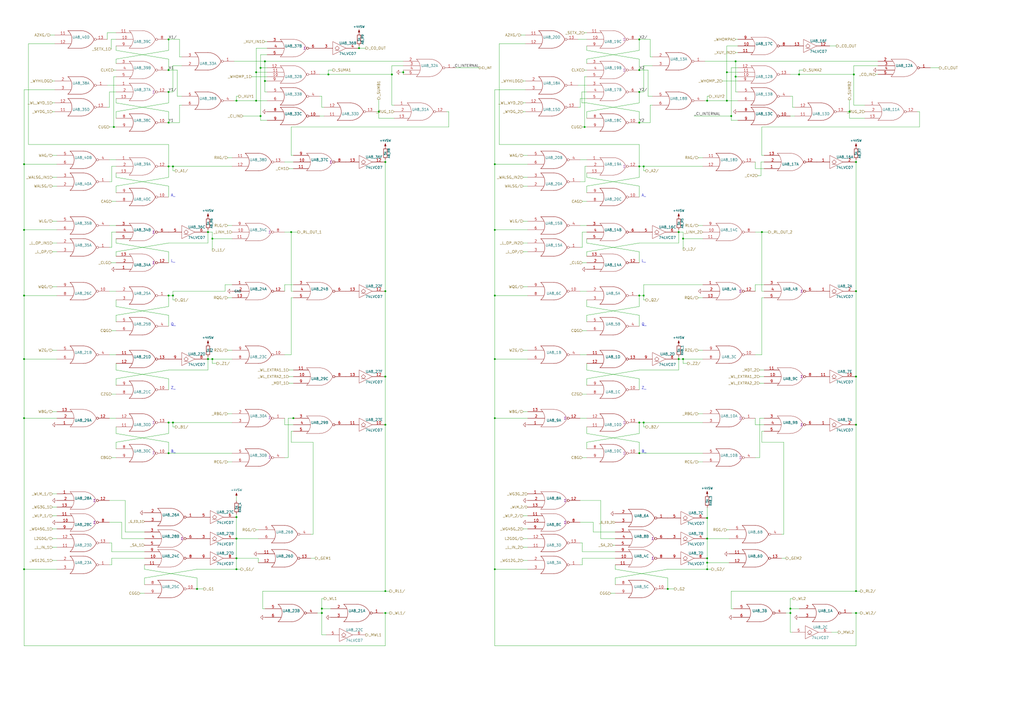
<source format=kicad_sch>
(kicad_sch (version 20211123) (generator eeschema)
  (paper "A2")
  (title_block (title "Logic Flow Diagram - Logic Module A8-A11 Generic") (rev "a") (comment 1 "Ref. Apollo Drawing No. 2005255-, 2005256A, 2005257A, 2005258A") (comment 2 "Important: Pin Layout does not match original Documents") (comment 3 "Side A"))
  (junction (at 66.04 73.66))
  (junction (at 100.33 171.45))
  (junction (at 287.02 171.45))
  (junction (at 426.72 44.45))
  (junction (at 223.52 218.44))
  (junction (at 387.35 341.63))
  (junction (at 496.57 218.44))
  (junction (at 421.64 58.42))
  (junction (at 463.55 43.18))
  (junction (at 120.65 134.62))
  (junction (at 410.21 323.85))
  (junction (at 370.84 96.52))
  (junction (at 13.97 208.28))
  (junction (at 137.16 312.42))
  (junction (at 370.84 245.11))
  (junction (at 137.16 58.42))
  (junction (at 100.33 96.52))
  (junction (at 370.84 22.86))
  (junction (at 496.57 93.98))
  (junction (at 223.52 342.9))
  (junction (at 370.84 40.64))
  (junction (at 137.16 330.2))
  (junction (at 186.69 353.06))
  (junction (at 97.79 245.11))
  (junction (at 370.84 71.12))
  (junction (at 223.52 93.98))
  (junction (at 13.97 171.45))
  (junction (at 97.79 53.34))
  (junction (at 410.21 330.2))
  (junction (at 151.13 67.31))
  (junction (at 153.67 35.56))
  (junction (at 287.02 133.35))
  (junction (at 219.71 64.77))
  (junction (at 373.38 96.52))
  (junction (at 114.3 341.63))
  (junction (at 137.16 323.85))
  (junction (at 151.13 39.37))
  (junction (at 339.09 73.66))
  (junction (at 370.84 53.34))
  (junction (at 233.934 41.91))
  (junction (at 97.79 96.52))
  (junction (at 168.91 134.62))
  (junction (at 190.5 43.18))
  (junction (at 424.18 67.31))
  (junction (at 208.28 27.94))
  (junction (at 13.97 133.35))
  (junction (at 123.19 208.28))
  (junction (at 495.3 43.18))
  (junction (at 223.52 355.6))
  (junction (at 97.79 171.45))
  (junction (at 97.79 40.64))
  (junction (at 410.21 326.39))
  (junction (at 13.97 330.2))
  (junction (at 396.24 138.43))
  (junction (at 287.02 208.28))
  (junction (at 396.24 208.28))
  (junction (at 153.67 46.99))
  (junction (at 223.52 246.38))
  (junction (at 97.79 22.86))
  (junction (at 373.38 171.45))
  (junction (at 227.33 43.18))
  (junction (at 120.65 208.28))
  (junction (at 186.69 355.6))
  (junction (at 97.79 262.89))
  (junction (at 458.47 353.06))
  (junction (at 370.84 171.45))
  (junction (at 13.97 95.25))
  (junction (at 123.19 138.43))
  (junction (at 496.57 246.38))
  (junction (at 410.21 300.482))
  (junction (at 100.33 245.11))
  (junction (at 496.57 168.91))
  (junction (at 393.7 134.62))
  (junction (at 426.72 35.56))
  (junction (at 393.7 208.28))
  (junction (at 170.18 242.57))
  (junction (at 421.64 41.91))
  (junction (at 492.76 64.77))
  (junction (at 370.84 262.89))
  (junction (at 287.02 95.25))
  (junction (at 373.38 245.11))
  (junction (at 287.02 242.57))
  (junction (at 148.59 41.91))
  (junction (at 13.97 242.57))
  (junction (at 441.96 134.62))
  (junction (at 137.16 299.974))
  (junction (at 458.47 355.6))
  (junction (at 287.02 330.2))
  (junction (at 148.59 58.42))
  (junction (at 223.52 168.91))
  (junction (at 496.57 355.6))
  (junction (at 410.21 58.42))
  (junction (at 410.21 312.42))
  (junction (at 97.79 71.12))
  (junction (at 496.57 342.9))
  (wire (pts (xy 153.67 53.34) (xy 154.94 53.34)))
  (wire (pts (xy 104.14 33.02) (xy 105.41 33.02)))
  (wire (pts (xy 66.04 73.66) (xy 67.31 73.66)))
  (wire (pts (xy 340.36 265.43) (xy 337.82 265.43)))
  (wire (pts (xy 410.21 312.42) (xy 410.21 323.85)))
  (wire (pts (xy 287.02 330.2) (xy 306.07 330.2)))
  (wire (pts (xy 458.47 353.06) (xy 463.55 353.06)))
  (wire (pts (xy 303.53 299.212) (xy 306.07 299.212)))
  (wire (pts (xy 168.91 205.74) (xy 168.91 172.72)))
  (wire (pts (xy 377.19 60.96) (xy 378.46 60.96)))
  (wire (pts (xy 458.47 43.18) (xy 463.55 43.18)))
  (wire (pts (xy 304.8 20.32) (xy 302.26 20.32)))
  (wire (pts (xy 336.55 57.15) (xy 340.36 57.15)))
  (wire (pts (xy 466.09 40.64) (xy 463.55 40.64)))
  (wire (pts (xy 370.84 40.64) (xy 370.84 34.29)))
  (wire (pts (xy 407.67 203.2) (xy 405.13 203.2)))
  (wire (pts (xy 97.79 96.52) (xy 97.79 102.87)))
  (wire (pts (xy 30.48 286.512) (xy 33.02 286.512)))
  (wire (pts (xy 373.38 165.1) (xy 373.38 171.45)))
  (wire (pts (xy 83.82 335.28) (xy 83.82 339.09)))
  (wire (pts (xy 340.36 59.69) (xy 337.566 59.69)))
  (wire (pts (xy 134.62 203.2) (xy 132.08 203.2)))
  (wire (pts (xy 148.59 41.91) (xy 154.94 41.91)))
  (wire (pts (xy 67.31 34.29) (xy 67.31 36.83)))
  (wire (pts (xy 67.31 40.64) (xy 66.04 40.64)))
  (wire (pts (xy 148.59 27.94) (xy 148.59 41.91)))
  (wire (pts (xy 63.5 168.91) (xy 67.31 168.91)))
  (wire (pts (xy 186.69 55.88) (xy 186.69 62.23)))
  (wire (pts (xy 340.36 34.29) (xy 340.36 36.83)))
  (wire (pts (xy 287.02 171.45) (xy 306.07 171.45)))
  (wire (pts (xy 97.79 219.71) (xy 67.31 214.63)))
  (wire (pts (xy 190.5 40.64) (xy 190.5 43.18)))
  (wire (pts (xy 120.65 207.01) (xy 120.65 208.28)))
  (wire (pts (xy 165.1 265.43) (xy 167.132 265.43)))
  (wire (pts (xy 97.79 262.89) (xy 97.79 256.54)))
  (wire (pts (xy 340.36 19.05) (xy 339.09 19.05)))
  (wire (pts (xy 64.516 22.86) (xy 64.516 28.448)))
  (wire (pts (xy 67.31 22.86) (xy 64.516 22.86)))
  (wire (pts (xy 33.02 128.27) (xy 30.48 128.27)))
  (wire (pts (xy 186.69 62.23) (xy 187.96 62.23)))
  (wire (pts (xy 168.91 205.74) (xy 165.1 205.74)))
  (wire (pts (xy 13.97 52.07) (xy 13.97 95.25)))
  (wire (pts (xy 100.33 96.52) (xy 100.33 99.06)))
  (wire (pts (xy 13.97 330.2) (xy 13.97 374.65)))
  (wire (pts (xy 137.16 330.2) (xy 139.7 330.2)))
  (wire (pts (xy 396.24 208.28) (xy 396.24 210.82)))
  (wire (pts (xy 100.33 245.11) (xy 100.33 247.65)))
  (wire (pts (xy 13.97 133.35) (xy 13.97 171.45)))
  (wire (pts (xy 370.84 214.63) (xy 340.36 219.71)))
  (wire (pts (xy 339.09 44.45) (xy 340.36 44.45)))
  (wire (pts (xy 287.02 330.2) (xy 287.02 374.65)))
  (wire (pts (xy 482.346 366.776) (xy 486.156 366.776)))
  (wire (pts (xy 508 43.18) (xy 509.27 43.18)))
  (wire (pts (xy 304.8 52.07) (xy 287.02 52.07)))
  (wire (pts (xy 421.64 26.67) (xy 421.64 41.91)))
  (wire (pts (xy 373.38 173.99) (xy 374.65 173.99)))
  (wire (pts (xy 336.55 143.51) (xy 337.82 143.51)))
  (wire (pts (xy 370.84 146.05) (xy 340.36 140.97)))
  (wire (pts (xy 63.5 303.022) (xy 70.612 303.022)))
  (wire (pts (xy 438.15 246.38) (xy 438.15 242.57)))
  (wire (pts (xy 170.434 242.57) (xy 170.18 242.57)))
  (wire (pts (xy 438.15 97.79) (xy 443.23 97.79)))
  (wire (pts (xy 306.07 166.37) (xy 303.53 166.37)))
  (wire (pts (xy 424.18 39.37) (xy 424.18 67.31)))
  (wire (pts (xy 441.96 134.62) (xy 445.77 134.62)))
  (wire (pts (xy 459.486 366.776) (xy 458.47 366.776)))
  (wire (pts (xy 396.24 138.43) (xy 396.24 144.526)))
  (wire (pts (xy 410.21 312.42) (xy 422.91 312.42)))
  (wire (pts (xy 337.82 143.51) (xy 337.82 134.62)))
  (wire (pts (xy 227.33 38.1) (xy 233.934 38.1)))
  (wire (pts (xy 97.79 256.54) (xy 67.31 251.46)))
  (wire (pts (xy 370.84 226.06) (xy 370.84 219.71)))
  (wire (pts (xy 407.67 172.72) (xy 405.13 172.72)))
  (wire (pts (xy 16.51 25.4) (xy 31.75 25.4)))
  (wire (pts (xy 260.35 64.77) (xy 260.35 73.66)))
  (wire (pts (xy 33.02 294.132) (xy 30.48 294.132)))
  (wire (pts (xy 340.36 191.77) (xy 337.82 191.77)))
  (wire (pts (xy 123.19 208.28) (xy 134.62 208.28)))
  (wire (pts (xy 134.62 130.81) (xy 132.08 130.81)))
  (wire (pts (xy 120.65 140.97) (xy 97.79 140.97)))
  (wire (pts (xy 137.16 312.42) (xy 137.16 323.85)))
  (wire (pts (xy 181.61 256.54) (xy 168.91 256.54)))
  (wire (pts (xy 137.16 298.196) (xy 137.16 299.974)))
  (wire (pts (xy 370.84 40.64) (xy 375.92 40.64)))
  (wire (pts (xy 370.84 64.77) (xy 340.36 59.69)))
  (wire (pts (xy 370.84 53.34) (xy 370.84 59.69)))
  (wire (pts (xy 287.02 171.45) (xy 287.02 208.28)))
  (wire (pts (xy 97.79 53.34) (xy 100.33 53.34)))
  (wire (pts (xy 370.84 59.69) (xy 340.36 64.77)))
  (wire (pts (xy 370.84 251.46) (xy 340.36 256.54)))
  (wire (pts (xy 304.8 46.99) (xy 303.53 46.99)))
  (wire (pts (xy 533.4 73.66) (xy 441.96 73.66)))
  (wire (pts (xy 396.24 138.43) (xy 396.24 134.62)))
  (wire (pts (xy 151.13 39.37) (xy 151.13 67.31)))
  (wire (pts (xy 186.69 347.218) (xy 187.96 347.218)))
  (wire (pts (xy 33.02 317.5) (xy 30.48 317.5)))
  (wire (pts (xy 289.56 25.4) (xy 304.8 25.4)))
  (wire (pts (xy 421.64 41.91) (xy 427.99 41.91)))
  (wire (pts (xy 410.21 300.482) (xy 410.21 312.42)))
  (wire (pts (xy 453.39 323.85) (xy 455.93 323.85)))
  (wire (pts (xy 424.18 342.9) (xy 496.57 342.9)))
  (wire (pts (xy 373.38 245.11) (xy 373.38 247.65)))
  (wire (pts (xy 491.49 64.77) (xy 492.76 64.77)))
  (wire (pts (xy 31.75 59.69) (xy 30.48 59.69)))
  (wire (pts (xy 130.556 165.1) (xy 130.556 168.91)))
  (wire (pts (xy 427.99 22.86) (xy 426.72 22.86)))
  (wire (pts (xy 135.89 35.56) (xy 153.67 35.56)))
  (wire (pts (xy 373.38 38.1) (xy 378.46 38.1)))
  (wire (pts (xy 427.99 46.99) (xy 419.1 46.99)))
  (wire (pts (xy 70.612 303.022) (xy 70.612 312.42)))
  (wire (pts (xy 31.75 52.07) (xy 13.97 52.07)))
  (wire (pts (xy 102.87 40.64) (xy 102.87 55.88)))
  (wire (pts (xy 97.79 22.86) (xy 104.14 22.86)))
  (wire (pts (xy 340.36 152.4) (xy 337.82 152.4)))
  (wire (pts (xy 373.38 245.11) (xy 407.67 245.11)))
  (wire (pts (xy 337.566 53.34) (xy 340.36 53.34)))
  (wire (pts (xy 454.66 309.88) (xy 454.66 256.54)))
  (wire (pts (xy 33.02 102.87) (xy 30.48 102.87)))
  (wire (pts (xy 336.55 303.022) (xy 344.17 303.022)))
  (wire (pts (xy 72.644 290.322) (xy 63.5 290.322)))
  (wire (pts (xy 100.33 168.91) (xy 130.556 168.91)))
  (wire (pts (xy 151.13 69.85) (xy 151.13 67.31)))
  (wire (pts (xy 97.79 152.4) (xy 97.79 146.05)))
  (wire (pts (xy 443.23 222.25) (xy 440.69 222.25)))
  (wire (pts (xy 393.7 207.01) (xy 393.7 208.28)))
  (wire (pts (xy 410.21 326.39) (xy 410.21 323.85)))
  (wire (pts (xy 67.31 214.63) (xy 67.31 210.82)))
  (wire (pts (xy 100.33 99.06) (xy 101.6 99.06)))
  (wire (pts (xy 97.79 146.05) (xy 67.31 140.97)))
  (wire (pts (xy 336.55 130.81) (xy 340.36 130.81)))
  (wire (pts (xy 496.57 218.44) (xy 496.57 246.38)))
  (wire (pts (xy 410.21 330.2) (xy 412.75 330.2)))
  (wire (pts (xy 67.31 177.8) (xy 67.31 173.99)))
  (wire (pts (xy 13.97 95.25) (xy 33.02 95.25)))
  (wire (pts (xy 336.55 205.74) (xy 340.36 205.74)))
  (wire (pts (xy 306.07 317.5) (xy 303.53 317.5)))
  (wire (pts (xy 170.18 222.25) (xy 167.64 222.25)))
  (wire (pts (xy 370.84 152.4) (xy 370.84 146.05)))
  (wire (pts (xy 441.452 101.854) (xy 439.674 101.854)))
  (wire (pts (xy 373.38 171.45) (xy 373.38 173.99)))
  (wire (pts (xy 340.36 146.05) (xy 340.36 148.59)))
  (wire (pts (xy 340.36 256.54) (xy 340.36 260.35)))
  (wire (pts (xy 339.09 73.66) (xy 339.09 44.45)))
  (wire (pts (xy 348.488 312.42) (xy 356.87 312.42)))
  (wire (pts (xy 337.82 314.96) (xy 337.82 320.04)))
  (wire (pts (xy 67.31 116.84) (xy 64.77 116.84)))
  (wire (pts (xy 260.35 73.66) (xy 168.91 73.66)))
  (wire (pts (xy 387.35 335.28) (xy 356.87 330.2)))
  (wire (pts (xy 104.14 60.96) (xy 105.41 60.96)))
  (wire (pts (xy 387.35 341.63) (xy 391.16 341.63)))
  (wire (pts (xy 336.55 327.66) (xy 337.82 327.66)))
  (wire (pts (xy 100.33 171.45) (xy 100.33 173.99)))
  (wire (pts (xy 170.18 168.91) (xy 168.91 168.91)))
  (wire (pts (xy 496.57 246.38) (xy 496.57 342.9)))
  (wire (pts (xy 441.96 250.19) (xy 441.96 256.54)))
  (wire (pts (xy 496.57 355.6) (xy 499.11 355.6)))
  (wire (pts (xy 33.02 140.97) (xy 30.48 140.97)))
  (wire (pts (xy 340.36 26.67) (xy 340.36 29.21)))
  (wire (pts (xy 454.66 256.54) (xy 441.96 256.54)))
  (wire (pts (xy 186.69 353.06) (xy 191.77 353.06)))
  (wire (pts (xy 97.79 182.88) (xy 67.31 177.8)))
  (wire (pts (xy 277.876 39.37) (xy 264.414 39.37)))
  (wire (pts (xy 370.84 107.95) (xy 340.36 102.87)))
  (wire (pts (xy 336.55 105.41) (xy 339.344 105.41)))
  (wire (pts (xy 67.31 107.95) (xy 67.31 111.76)))
  (wire (pts (xy 387.35 330.2) (xy 356.87 335.28)))
  (wire (pts (xy 63.5 205.74) (xy 67.31 205.74)))
  (wire (pts (xy 185.42 55.88) (xy 186.69 55.88)))
  (wire (pts (xy 208.28 27.94) (xy 212.09 27.94)))
  (wire (pts (xy 33.02 306.832) (xy 30.48 306.832)))
  (wire (pts (xy 370.84 262.89) (xy 370.84 256.54)))
  (wire (pts (xy 223.52 92.71) (xy 223.52 93.98)))
  (wire (pts (xy 67.31 265.43) (xy 64.77 265.43)))
  (wire (pts (xy 66.04 73.66) (xy 66.04 44.45)))
  (wire (pts (xy 13.97 95.25) (xy 13.97 133.35)))
  (wire (pts (xy 337.82 134.62) (xy 340.36 134.62)))
  (wire (pts (xy 67.31 182.88) (xy 67.31 186.69)))
  (wire (pts (xy 370.84 182.88) (xy 340.36 177.8)))
  (wire (pts (xy 100.33 168.91) (xy 100.33 171.45)))
  (wire (pts (xy 303.53 312.42) (xy 306.07 312.42)))
  (wire (pts (xy 287.02 242.57) (xy 306.07 242.57)))
  (wire (pts (xy 443.23 250.19) (xy 441.96 250.19)))
  (wire (pts (xy 458.47 55.88) (xy 459.74 55.88)))
  (wire (pts (xy 97.79 262.89) (xy 134.62 262.89)))
  (wire (pts (xy 97.79 96.52) (xy 100.33 96.52)))
  (wire (pts (xy 67.31 146.05) (xy 67.31 148.59)))
  (wire (pts (xy 137.16 55.88) (xy 138.43 55.88)))
  (wire (pts (xy 443.23 246.38) (xy 438.15 246.38)))
  (wire (pts (xy 407.67 267.97) (xy 405.13 267.97)))
  (wire (pts (xy 370.84 256.54) (xy 340.36 251.46)))
  (wire (pts (xy 370.84 171.45) (xy 370.84 177.8)))
  (wire (pts (xy 63.5 92.71) (xy 67.31 92.71)))
  (wire (pts (xy 375.92 55.88) (xy 378.46 55.88)))
  (wire (pts (xy 377.19 71.12) (xy 370.84 71.12)))
  (wire (pts (xy 100.33 53.34) (xy 100.33 38.1)))
  (wire (pts (xy 190.5 43.18) (xy 227.33 43.18)))
  (wire (pts (xy 137.16 58.42) (xy 148.59 58.42)))
  (wire (pts (xy 438.15 165.1) (xy 438.15 168.91)))
  (wire (pts (xy 440.69 242.57) (xy 440.69 265.43)))
  (wire (pts (xy 370.84 71.12) (xy 370.84 64.77)))
  (wire (pts (xy 370.84 102.87) (xy 340.36 107.95)))
  (wire (pts (xy 233.934 41.91) (xy 233.934 43.18)))
  (wire (pts (xy 443.23 214.63) (xy 440.69 214.63)))
  (wire (pts (xy 100.33 245.11) (xy 134.62 245.11)))
  (wire (pts (xy 114.3 335.28) (xy 83.82 330.2)))
  (wire (pts (xy 123.19 208.28) (xy 123.19 210.82)))
  (wire (pts (xy 120.65 214.63) (xy 97.79 214.63)))
  (wire (pts (xy 373.38 96.52) (xy 407.67 96.52)))
  (wire (pts (xy 426.72 35.56) (xy 426.72 44.45)))
  (wire (pts (xy 186.69 353.06) (xy 186.69 355.6)))
  (wire (pts (xy 97.79 189.23) (xy 97.79 182.88)))
  (wire (pts (xy 370.84 22.86) (xy 377.19 22.86)))
  (wire (pts (xy 123.19 210.82) (xy 125.73 210.82)))
  (wire (pts (xy 287.02 208.28) (xy 306.07 208.28)))
  (wire (pts (xy 453.39 309.88) (xy 454.66 309.88)))
  (wire (pts (xy 304.8 59.69) (xy 303.53 59.69)))
  (wire (pts (xy 100.33 247.65) (xy 101.6 247.65)))
  (wire (pts (xy 370.84 245.11) (xy 373.38 245.11)))
  (wire (pts (xy 167.64 218.44) (xy 170.18 218.44)))
  (wire (pts (xy 165.1 165.1) (xy 165.1 168.91)))
  (wire (pts (xy 441.96 73.66) (xy 441.96 90.17)))
  (wire (pts (xy 114.3 330.2) (xy 83.82 335.28)))
  (wire (pts (xy 495.3 43.18) (xy 495.3 60.96)))
  (wire (pts (xy 370.84 189.23) (xy 370.84 182.88)))
  (wire (pts (xy 170.18 165.1) (xy 165.1 165.1)))
  (wire (pts (xy 393.7 133.35) (xy 393.7 134.62)))
  (wire (pts (xy 410.21 326.39) (xy 422.91 326.39)))
  (wire (pts (xy 97.79 83.82) (xy 16.51 83.82)))
  (wire (pts (xy 137.16 323.85) (xy 149.86 323.85)))
  (wire (pts (xy 97.79 177.8) (xy 67.31 182.88)))
  (wire (pts (xy 393.7 140.97) (xy 370.84 140.97)))
  (wire (pts (xy 407.67 240.03) (xy 405.13 240.03)))
  (wire (pts (xy 496.57 342.9) (xy 499.11 342.9)))
  (wire (pts (xy 97.79 114.3) (xy 97.79 107.95)))
  (wire (pts (xy 441.452 93.98) (xy 441.452 101.854)))
  (wire (pts (xy 356.87 335.28) (xy 356.87 339.09)))
  (wire (pts (xy 97.79 171.45) (xy 97.79 177.8)))
  (wire (pts (xy 63.5 130.81) (xy 67.31 130.81)))
  (wire (pts (xy 62.23 49.53) (xy 67.31 49.53)))
  (wire (pts (xy 16.51 83.82) (xy 16.51 25.4)))
  (wire (pts (xy 441.96 172.72) (xy 443.23 172.72)))
  (wire (pts (xy 33.02 90.17) (xy 30.48 90.17)))
  (wire (pts (xy 185.42 43.18) (xy 190.5 43.18)))
  (wire (pts (xy 370.84 53.34) (xy 373.38 53.34)))
  (wire (pts (xy 64.77 323.85) (xy 83.82 323.85)))
  (wire (pts (xy 67.31 152.4) (xy 64.516 152.4)))
  (wire (pts (xy 306.07 128.27) (xy 303.53 128.27)))
  (wire (pts (xy 458.47 353.06) (xy 458.47 347.218)))
  (wire (pts (xy 441.96 205.74) (xy 441.96 172.72)))
  (wire (pts (xy 33.02 166.37) (xy 30.48 166.37)))
  (wire (pts (xy 424.18 69.85) (xy 427.99 69.85)))
  (wire (pts (xy 443.23 93.98) (xy 441.452 93.98)))
  (wire (pts (xy 393.7 208.28) (xy 396.24 208.28)))
  (wire (pts (xy 120.65 208.28) (xy 123.19 208.28)))
  (wire (pts (xy 64.77 143.51) (xy 64.77 134.62)))
  (wire (pts (xy 64.77 314.96) (xy 64.77 320.04)))
  (wire (pts (xy 223.52 355.6) (xy 223.52 374.65)))
  (wire (pts (xy 134.62 240.03) (xy 132.08 240.03)))
  (wire (pts (xy 373.38 165.1) (xy 407.67 165.1)))
  (wire (pts (xy 151.13 69.85) (xy 154.94 69.85)))
  (wire (pts (xy 31.75 64.77) (xy 30.48 64.77)))
  (wire (pts (xy 393.7 214.63) (xy 370.84 214.63)))
  (wire (pts (xy 165.1 134.62) (xy 168.91 134.62)))
  (wire (pts (xy 337.82 327.66) (xy 337.82 323.85)))
  (wire (pts (xy 336.55 62.23) (xy 336.55 57.15)))
  (wire (pts (xy 458.47 347.218) (xy 459.994 347.218)))
  (wire (pts (xy 410.21 58.42) (xy 421.64 58.42)))
  (wire (pts (xy 492.76 57.912) (xy 492.76 64.77)))
  (wire (pts (xy 64.77 320.04) (xy 83.82 320.04)))
  (wire (pts (xy 370.84 22.86) (xy 370.84 29.21)))
  (wire (pts (xy 97.79 40.64) (xy 97.79 34.29)))
  (wire (pts (xy 63.5 143.51) (xy 64.77 143.51)))
  (wire (pts (xy 441.96 134.62) (xy 441.96 168.91)))
  (wire (pts (xy 306.07 102.87) (xy 303.53 102.87)))
  (wire (pts (xy 336.55 92.71) (xy 340.36 92.71)))
  (wire (pts (xy 427.99 30.48) (xy 426.72 30.48)))
  (wire (pts (xy 104.14 22.86) (xy 104.14 33.02)))
  (wire (pts (xy 64.77 96.52) (xy 67.31 96.52)))
  (wire (pts (xy 130.556 165.1) (xy 134.62 165.1)))
  (wire (pts (xy 67.31 102.87) (xy 67.31 100.33)))
  (wire (pts (xy 135.89 58.42) (xy 137.16 58.42)))
  (wire (pts (xy 123.19 138.43) (xy 134.62 138.43)))
  (wire (pts (xy 62.23 22.86) (xy 62.23 19.05)))
  (wire (pts (xy 104.14 71.12) (xy 104.14 60.96)))
  (wire (pts (xy 306.07 203.2) (xy 303.53 203.2)))
  (wire (pts (xy 402.59 67.31) (xy 424.18 67.31)))
  (wire (pts (xy 13.97 330.2) (xy 33.02 330.2)))
  (wire (pts (xy 373.38 247.65) (xy 374.65 247.65)))
  (wire (pts (xy 168.91 172.72) (xy 170.18 172.72)))
  (wire (pts (xy 63.5 314.96) (xy 64.77 314.96)))
  (wire (pts (xy 63.5 73.66) (xy 66.04 73.66)))
  (wire (pts (xy 336.55 242.57) (xy 340.36 242.57)))
  (wire (pts (xy 148.59 27.94) (xy 154.94 27.94)))
  (wire (pts (xy 396.24 208.28) (xy 407.67 208.28)))
  (wire (pts (xy 170.18 214.63) (xy 167.64 214.63)))
  (wire (pts (xy 344.17 308.61) (xy 344.17 303.022)))
  (wire (pts (xy 387.35 341.63) (xy 387.35 335.28)))
  (wire (pts (xy 494.03 355.6) (xy 496.57 355.6)))
  (wire (pts (xy 339.09 73.66) (xy 340.36 73.66)))
  (wire (pts (xy 151.13 31.75) (xy 154.94 31.75)))
  (wire (pts (xy 97.79 245.11) (xy 97.79 251.46)))
  (wire (pts (xy 459.74 62.23) (xy 461.01 62.23)))
  (wire (pts (xy 340.36 182.88) (xy 340.36 186.69)))
  (wire (pts (xy 370.84 83.82) (xy 289.56 83.82)))
  (wire (pts (xy 232.664 41.91) (xy 233.934 41.91)))
  (wire (pts (xy 120.65 134.62) (xy 120.65 140.97)))
  (wire (pts (xy 62.23 62.23) (xy 63.5 62.23)))
  (wire (pts (xy 67.31 59.69) (xy 67.31 57.15)))
  (wire (pts (xy 348.488 290.322) (xy 348.488 312.42)))
  (wire (pts (xy 335.28 49.53) (xy 340.36 49.53)))
  (wire (pts (xy 356.87 316.23) (xy 355.6 316.23)))
  (wire (pts (xy 151.13 31.75) (xy 151.13 39.37)))
  (wire (pts (xy 306.07 306.832) (xy 303.53 306.832)))
  (wire (pts (xy 396.24 138.43) (xy 407.67 138.43)))
  (wire (pts (xy 33.02 238.76) (xy 30.48 238.76)))
  (wire (pts (xy 458.47 67.31) (xy 461.01 67.31)))
  (wire (pts (xy 63.5 242.57) (xy 67.31 242.57)))
  (wire (pts (xy 97.79 40.64) (xy 102.87 40.64)))
  (wire (pts (xy 170.18 250.19) (xy 168.91 250.19)))
  (wire (pts (xy 30.48 299.212) (xy 33.02 299.212)))
  (wire (pts (xy 63.5 327.66) (xy 64.77 327.66)))
  (wire (pts (xy 33.02 146.05) (xy 30.48 146.05)))
  (wire (pts (xy 218.44 64.77) (xy 219.71 64.77)))
  (wire (pts (xy 370.84 171.45) (xy 373.38 171.45)))
  (wire (pts (xy 223.52 93.98) (xy 223.52 168.91)))
  (wire (pts (xy 104.14 71.12) (xy 97.79 71.12)))
  (wire (pts (xy 219.71 68.58) (xy 228.6 68.58)))
  (wire (pts (xy 501.65 68.58) (xy 492.76 68.58)))
  (wire (pts (xy 287.02 133.35) (xy 306.07 133.35)))
  (wire (pts (xy 233.934 40.64) (xy 233.934 41.91)))
  (wire (pts (xy 97.79 71.12) (xy 97.79 64.77)))
  (wire (pts (xy 134.62 172.72) (xy 132.08 172.72)))
  (wire (pts (xy 13.97 171.45) (xy 33.02 171.45)))
  (wire (pts (xy 425.45 353.06) (xy 424.18 353.06)))
  (wire (pts (xy 153.67 46.99) (xy 154.94 46.99)))
  (wire (pts (xy 340.36 219.71) (xy 340.36 223.52)))
  (wire (pts (xy 421.64 58.42) (xy 427.99 58.42)))
  (wire (pts (xy 496.57 168.91) (xy 496.57 218.44)))
  (wire (pts (xy 424.18 353.06) (xy 424.18 342.9)))
  (wire (pts (xy 259.08 64.77) (xy 260.35 64.77)))
  (wire (pts (xy 97.79 251.46) (xy 67.31 256.54)))
  (wire (pts (xy 373.38 96.52) (xy 373.38 99.06)))
  (wire (pts (xy 97.79 102.87) (xy 67.31 107.95)))
  (wire (pts (xy 219.71 68.58) (xy 219.71 64.77)))
  (wire (pts (xy 120.65 133.35) (xy 120.65 134.62)))
  (wire (pts (xy 438.15 134.62) (xy 441.96 134.62)))
  (wire (pts (xy 443.23 165.1) (xy 438.15 165.1)))
  (wire (pts (xy 496.57 355.6) (xy 496.57 374.65)))
  (wire (pts (xy 377.19 22.86) (xy 377.19 33.02)))
  (wire (pts (xy 287.02 208.28) (xy 287.02 242.57)))
  (wire (pts (xy 370.84 114.3) (xy 370.84 107.95)))
  (wire (pts (xy 186.69 353.06) (xy 186.69 347.218)))
  (wire (pts (xy 481.33 26.67) (xy 485.14 26.67)))
  (wire (pts (xy 100.33 38.1) (xy 105.41 38.1)))
  (wire (pts (xy 227.33 43.18) (xy 227.33 60.96)))
  (wire (pts (xy 340.36 64.77) (xy 340.36 68.58)))
  (wire (pts (xy 170.18 246.38) (xy 165.1 246.38)))
  (wire (pts (xy 13.97 171.45) (xy 13.97 208.28)))
  (wire (pts (xy 168.91 134.62) (xy 172.72 134.62)))
  (wire (pts (xy 193.04 40.64) (xy 190.5 40.64)))
  (wire (pts (xy 370.84 96.52) (xy 370.84 102.87)))
  (wire (pts (xy 306.07 146.05) (xy 303.53 146.05)))
  (wire (pts (xy 340.36 214.63) (xy 340.36 210.82)))
  (wire (pts (xy 102.87 55.88) (xy 105.41 55.88)))
  (wire (pts (xy 441.96 90.17) (xy 443.23 90.17)))
  (wire (pts (xy 223.52 355.6) (xy 226.06 355.6)))
  (wire (pts (xy 306.07 90.17) (xy 303.53 90.17)))
  (wire (pts (xy 140.97 67.31) (xy 151.13 67.31)))
  (wire (pts (xy 134.62 91.44) (xy 132.08 91.44)))
  (wire (pts (xy 63.5 53.34) (xy 67.31 53.34)))
  (wire (pts (xy 227.33 60.96) (xy 228.6 60.96)))
  (wire (pts (xy 123.19 138.43) (xy 123.19 145.034)))
  (wire (pts (xy 64.77 134.62) (xy 67.31 134.62)))
  (wire (pts (xy 97.79 171.45) (xy 100.33 171.45)))
  (wire (pts (xy 114.3 341.63) (xy 118.11 341.63)))
  (wire (pts (xy 463.55 43.18) (xy 495.3 43.18)))
  (wire (pts (xy 149.86 323.85) (xy 149.86 326.39)))
  (wire (pts (xy 424.18 69.85) (xy 424.18 67.31)))
  (wire (pts (xy 348.488 290.322) (xy 336.55 290.322)))
  (wire (pts (xy 356.87 330.2) (xy 356.87 327.66)))
  (wire (pts (xy 306.07 140.97) (xy 303.53 140.97)))
  (wire (pts (xy 154.94 24.13) (xy 153.67 24.13)))
  (wire (pts (xy 410.21 294.386) (xy 410.21 300.482)))
  (wire (pts (xy 495.3 38.1) (xy 509.27 38.1)))
  (wire (pts (xy 492.76 64.77) (xy 492.76 68.58)))
  (wire (pts (xy 13.97 208.28) (xy 13.97 242.57)))
  (wire (pts (xy 31.75 20.32) (xy 29.21 20.32)))
  (wire (pts (xy 336.55 168.91) (xy 340.36 168.91)))
  (wire (pts (xy 370.84 29.21) (xy 340.36 34.29)))
  (wire (pts (xy 63.5 105.41) (xy 64.77 105.41)))
  (wire (pts (xy 137.16 312.42) (xy 149.86 312.42)))
  (wire (pts (xy 287.02 133.35) (xy 287.02 171.45)))
  (wire (pts (xy 370.84 219.71) (xy 340.36 214.63)))
  (wire (pts (xy 62.23 19.05) (xy 67.31 19.05)))
  (wire (pts (xy 340.36 100.33) (xy 340.36 102.87)))
  (wire (pts (xy 223.52 342.9) (xy 226.06 342.9)))
  (wire (pts (xy 168.91 250.19) (xy 168.91 256.54)))
  (wire (pts (xy 356.87 344.17) (xy 354.33 344.17)))
  (wire (pts (xy 407.67 130.81) (xy 405.13 130.81)))
  (wire (pts (xy 97.79 107.95) (xy 67.31 102.87)))
  (wire (pts (xy 496.57 92.71) (xy 496.57 93.98)))
  (wire (pts (xy 149.86 307.34) (xy 148.59 307.34)))
  (wire (pts (xy 83.82 330.2) (xy 83.82 327.66)))
  (wire (pts (xy 426.72 53.34) (xy 427.99 53.34)))
  (wire (pts (xy 168.91 73.66) (xy 168.91 90.17)))
  (wire (pts (xy 63.5 62.23) (xy 63.5 53.34)))
  (wire (pts (xy 100.33 96.52) (xy 134.62 96.52)))
  (wire (pts (xy 97.79 214.63) (xy 67.31 219.71)))
  (wire (pts (xy 167.64 97.79) (xy 170.18 97.79)))
  (wire (pts (xy 375.92 40.64) (xy 375.92 55.88)))
  (wire (pts (xy 67.31 29.21) (xy 67.31 26.67)))
  (wire (pts (xy 370.84 83.82) (xy 370.84 96.52)))
  (wire (pts (xy 223.52 168.91) (xy 223.52 218.44)))
  (wire (pts (xy 180.34 323.85) (xy 182.88 323.85)))
  (wire (pts (xy 463.55 40.64) (xy 463.55 43.18)))
  (wire (pts (xy 458.47 355.6) (xy 458.47 366.776)))
  (wire (pts (xy 223.52 246.38) (xy 223.52 342.9)))
  (wire (pts (xy 340.36 107.95) (xy 340.36 111.76)))
  (wire (pts (xy 287.02 95.25) (xy 287.02 133.35)))
  (wire (pts (xy 370.84 262.89) (xy 407.67 262.89)))
  (wire (pts (xy 426.72 35.56) (xy 509.27 35.56)))
  (wire (pts (xy 426.72 44.45) (xy 427.99 44.45)))
  (wire (pts (xy 387.35 330.2) (xy 410.21 330.2)))
  (wire (pts (xy 67.31 228.6) (xy 64.77 228.6)))
  (wire (pts (xy 458.47 353.06) (xy 458.47 355.6)))
  (wire (pts (xy 152.4 342.9) (xy 152.4 353.06)))
  (wire (pts (xy 337.82 73.66) (xy 339.09 73.66)))
  (wire (pts (xy 30.48 312.42) (xy 33.02 312.42)))
  (wire (pts (xy 64.77 327.66) (xy 64.77 323.85)))
  (wire (pts (xy 97.79 22.86) (xy 97.79 29.21)))
  (wire (pts (xy 422.91 307.34) (xy 421.64 307.34)))
  (wire (pts (xy 336.55 314.96) (xy 337.82 314.96)))
  (wire (pts (xy 370.84 177.8) (xy 340.36 182.88)))
  (wire (pts (xy 153.67 46.99) (xy 153.67 53.34)))
  (wire (pts (xy 421.64 26.67) (xy 427.99 26.67)))
  (wire (pts (xy 180.34 309.88) (xy 181.61 309.88)))
  (wire (pts (xy 97.79 29.21) (xy 67.31 34.29)))
  (wire (pts (xy 72.644 308.61) (xy 83.82 308.61)))
  (wire (pts (xy 373.38 53.34) (xy 373.38 38.1)))
  (wire (pts (xy 455.93 355.6) (xy 458.47 355.6)))
  (wire (pts (xy 223.52 218.44) (xy 223.52 246.38)))
  (wire (pts (xy 97.79 226.06) (xy 97.79 219.71)))
  (wire (pts (xy 227.33 38.1) (xy 227.33 43.18)))
  (wire (pts (xy 426.72 44.45) (xy 426.72 53.34)))
  (wire (pts (xy 66.04 44.45) (xy 67.31 44.45)))
  (wire (pts (xy 393.7 208.28) (xy 393.7 214.63)))
  (wire (pts (xy 100.33 173.99) (xy 101.6 173.99)))
  (wire (pts (xy 340.36 96.52) (xy 339.344 96.52)))
  (wire (pts (xy 337.82 323.85) (xy 356.87 323.85)))
  (wire (pts (xy 440.69 242.57) (xy 443.23 242.57)))
  (wire (pts (xy 287.02 95.25) (xy 306.07 95.25)))
  (wire (pts (xy 152.4 342.9) (xy 223.52 342.9)))
  (wire (pts (xy 377.19 71.12) (xy 377.19 60.96)))
  (wire (pts (xy 393.7 134.62) (xy 396.24 134.62)))
  (wire (pts (xy 533.4 64.77) (xy 533.4 73.66)))
  (wire (pts (xy 33.02 203.2) (xy 30.48 203.2)))
  (wire (pts (xy 97.79 140.97) (xy 67.31 146.05)))
  (wire (pts (xy 153.67 35.56) (xy 153.67 46.99)))
  (wire (pts (xy 495.3 38.1) (xy 495.3 43.18)))
  (wire (pts (xy 168.91 134.62) (xy 168.91 168.91)))
  (wire (pts (xy 72.644 290.322) (xy 72.644 308.61)))
  (wire (pts (xy 137.16 323.85) (xy 137.16 330.2)))
  (wire (pts (xy 340.36 177.8) (xy 340.36 173.99)))
  (wire (pts (xy 31.75 46.99) (xy 30.48 46.99)))
  (wire (pts (xy 339.344 96.52) (xy 339.344 105.41)))
  (wire (pts (xy 337.82 320.04) (xy 356.87 320.04)))
  (wire (pts (xy 335.28 62.23) (xy 336.55 62.23)))
  (wire (pts (xy 67.31 251.46) (xy 67.31 247.65)))
  (wire (pts (xy 153.67 35.56) (xy 233.934 35.56)))
  (wire (pts (xy 33.02 325.12) (xy 30.48 325.12)))
  (wire (pts (xy 408.94 35.56) (xy 426.72 35.56)))
  (wire (pts (xy 410.21 326.39) (xy 410.21 330.2)))
  (wire (pts (xy 496.57 374.65) (xy 287.02 374.65)))
  (wire (pts (xy 223.52 374.65) (xy 13.97 374.65)))
  (wire (pts (xy 13.97 133.35) (xy 33.02 133.35)))
  (wire (pts (xy 137.16 58.42) (xy 137.16 55.88)))
  (wire (pts (xy 495.3 60.96) (xy 501.65 60.96)))
  (wire (pts (xy 306.07 107.95) (xy 303.53 107.95)))
  (wire (pts (xy 219.71 57.658) (xy 219.71 64.77)))
  (wire (pts (xy 340.36 228.6) (xy 337.82 228.6)))
  (wire (pts (xy 123.19 134.62) (xy 123.19 138.43)))
  (wire (pts (xy 137.16 287.782) (xy 137.16 290.576)))
  (wire (pts (xy 410.21 58.42) (xy 410.21 55.88)))
  (wire (pts (xy 67.31 191.77) (xy 64.77 191.77)))
  (wire (pts (xy 370.84 96.52) (xy 373.38 96.52)))
  (wire (pts (xy 97.79 64.77) (xy 67.31 59.69)))
  (wire (pts (xy 337.566 59.69) (xy 337.566 53.34)))
  (wire (pts (xy 97.79 245.11) (xy 100.33 245.11)))
  (wire (pts (xy 148.59 58.42) (xy 154.94 58.42)))
  (wire (pts (xy 407.67 91.44) (xy 405.13 91.44)))
  (wire (pts (xy 438.15 265.43) (xy 440.69 265.43)))
  (wire (pts (xy 168.91 90.17) (xy 170.18 90.17)))
  (wire (pts (xy 97.79 34.29) (xy 67.31 29.21)))
  (wire (pts (xy 185.42 67.31) (xy 187.96 67.31)))
  (wire (pts (xy 33.02 107.95) (xy 30.48 107.95)))
  (wire (pts (xy 304.8 64.77) (xy 303.53 64.77)))
  (wire (pts (xy 335.28 22.86) (xy 340.36 22.86)))
  (wire (pts (xy 373.38 99.06) (xy 374.65 99.06)))
  (wire (pts (xy 67.31 140.97) (xy 67.31 138.43)))
  (wire (pts (xy 13.97 242.57) (xy 33.02 242.57)))
  (wire (pts (xy 421.64 41.91) (xy 421.64 58.42)))
  (wire (pts (xy 83.82 312.42) (xy 70.612 312.42)))
  (wire (pts (xy 396.24 210.82) (xy 398.78 210.82)))
  (wire (pts (xy 408.94 58.42) (xy 410.21 58.42)))
  (wire (pts (xy 440.69 218.44) (xy 443.23 218.44)))
  (wire (pts (xy 441.96 205.74) (xy 438.15 205.74)))
  (wire (pts (xy 222.25 355.6) (xy 223.52 355.6)))
  (wire (pts (xy 120.65 134.62) (xy 123.19 134.62)))
  (wire (pts (xy 184.15 355.6) (xy 186.69 355.6)))
  (wire (pts (xy 532.13 64.77) (xy 533.4 64.77)))
  (wire (pts (xy 114.3 341.63) (xy 114.3 335.28)))
  (wire (pts (xy 370.84 245.11) (xy 370.84 251.46)))
  (wire (pts (xy 340.36 140.97) (xy 340.36 138.43)))
  (wire (pts (xy 496.57 93.98) (xy 496.57 168.91)))
  (wire (pts (xy 67.31 219.71) (xy 67.31 223.52)))
  (wire (pts (xy 427.99 39.37) (xy 424.18 39.37)))
  (wire (pts (xy 167.132 242.57) (xy 167.132 265.43)))
  (wire (pts (xy 170.18 242.57) (xy 167.132 242.57)))
  (wire (pts (xy 186.69 368.3) (xy 186.69 355.6)))
  (wire (pts (xy 13.97 208.28) (xy 33.02 208.28)))
  (wire (pts (xy 165.1 246.38) (xy 165.1 242.57)))
  (wire (pts (xy 152.4 353.06) (xy 153.67 353.06)))
  (wire (pts (xy 340.36 40.64) (xy 339.09 40.64)))
  (wire (pts (xy 370.84 140.97) (xy 340.36 146.05)))
  (wire (pts (xy 289.56 83.82) (xy 289.56 25.4)))
  (wire (pts (xy 64.77 105.41) (xy 64.77 96.52)))
  (wire (pts (xy 441.96 168.91) (xy 443.23 168.91)))
  (wire (pts (xy 170.18 93.98) (xy 165.1 93.98)))
  (wire (pts (xy 134.62 267.97) (xy 132.08 267.97)))
  (wire (pts (xy 377.19 33.02) (xy 378.46 33.02)))
  (wire (pts (xy 97.79 59.69) (xy 67.31 64.77)))
  (wire (pts (xy 344.17 308.61) (xy 356.87 308.61)))
  (wire (pts (xy 154.94 44.45) (xy 146.05 44.45)))
  (wire (pts (xy 539.75 39.37) (xy 544.83 39.37)))
  (wire (pts (xy 438.15 97.79) (xy 438.15 93.98)))
  (wire (pts (xy 208.28 27.94) (xy 208.28 26.67)))
  (wire (pts (xy 306.07 325.12) (xy 303.53 325.12)))
  (wire (pts (xy 83.82 344.17) (xy 81.28 344.17)))
  (wire (pts (xy 137.16 299.974) (xy 137.16 312.42)))
  (wire (pts (xy 410.21 55.88) (xy 411.48 55.88)))
  (wire (pts (xy 189.23 368.3) (xy 186.69 368.3)))
  (wire (pts (xy 393.7 134.62) (xy 393.7 140.97)))
  (wire (pts (xy 340.36 251.46) (xy 340.36 247.65)))
  (wire (pts (xy 459.74 55.88) (xy 459.74 62.23)))
  (wire (pts (xy 97.79 53.34) (xy 97.79 59.69)))
  (wire (pts (xy 67.31 256.54) (xy 67.31 260.35)))
  (wire (pts (xy 370.84 34.29) (xy 340.36 29.21)))
  (wire (pts (xy 148.59 41.91) (xy 148.59 58.42)))
  (wire (pts (xy 340.36 116.84) (xy 337.82 116.84)))
  (wire (pts (xy 97.79 83.82) (xy 97.79 96.52)))
  (wire (pts (xy 287.02 52.07) (xy 287.02 95.25)))
  (wire (pts (xy 13.97 242.57) (xy 13.97 330.2)))
  (wire (pts (xy 181.61 309.88) (xy 181.61 256.54)))
  (wire (pts (xy 67.31 64.77) (xy 67.31 68.58)))
  (wire (pts (xy 306.07 238.76) (xy 303.53 238.76)))
  (wire (pts (xy 287.02 242.57) (xy 287.02 330.2)))
  (wire (pts (xy 151.13 39.37) (xy 154.94 39.37)))
  (wire (pts (xy 120.65 208.28) (xy 120.65 214.63)))
  (wire (pts (xy 114.3 330.2) (xy 137.16 330.2)))
  (text "Q_" (at 372.11 189.23 0) (effects (font (size 1.524 1.524)) (justify left bottom)))
  (text "Q_" (at 99.06 189.23 0) (effects (font (size 1.524 1.524)) (justify left bottom)))
  (text "L_" (at 372.11 152.4 0) (effects (font (size 1.524 1.524)) (justify left bottom)))
  (text "B_" (at 99.06 262.89 0) (effects (font (size 1.524 1.524)) (justify left bottom)))
  (text "Z_" (at 99.06 226.06 0) (effects (font (size 1.524 1.524)) (justify left bottom)))
  (text "A_" (at 99.06 114.3 0) (effects (font (size 1.524 1.524)) (justify left bottom)))
  (text "Z_" (at 372.11 226.06 0) (effects (font (size 1.524 1.524)) (justify left bottom)))
  (text "L_" (at 99.06 152.4 0) (effects (font (size 1.524 1.524)) (justify left bottom)))
  (text "B_" (at 372.11 262.89 0) (effects (font (size 1.524 1.524)) (justify left bottom)))
  (text "A_" (at 372.11 114.3 0) (effects (font (size 1.524 1.524)) (justify left bottom)))
  (label "X2/" (at 370.84 22.86 0) (effects (font (size 1.524 1.524))))
  (label "X1" (at 97.79 40.64 0) (effects (font (size 1.524 1.524))))
  (label "Y1" (at 97.79 71.12 0) (effects (font (size 1.524 1.524))))
  (label "X1/" (at 97.79 22.86 0) (effects (font (size 1.524 1.524))))
  (label "Y2/" (at 370.84 53.34 0) (effects (font (size 1.524 1.524))))
  (label "_CI_INTERNAL" (at 277.876 39.37 180) (effects (font (size 1.524 1.524))))
  (label "X2" (at 370.84 40.64 0) (effects (font (size 1.524 1.524))))
  (label "_CI_INTERNAL" (at 402.59 67.31 0) (effects (font (size 1.524 1.524))))
  (label "Y1/" (at 97.79 53.34 0) (effects (font (size 1.524 1.524))))
  (label "Y2" (at 370.84 71.12 0) (effects (font (size 1.524 1.524))))
  (hierarchical_label "_SUMB1" (shape output) (at 219.71 57.658 90) (effects (font (size 1.524 1.524))))
  (hierarchical_label "_G2" (shape output) (at 391.16 341.63 0) (effects (font (size 1.524 1.524))))
  (hierarchical_label "CBG" (shape input) (at 337.82 265.43 180) (effects (font (size 1.524 1.524))))
  (hierarchical_label "RQG/" (shape input) (at 132.08 172.72 180) (effects (font (size 1.524 1.524))))
  (hierarchical_label "_WALSG_IN1" (shape input) (at 30.48 102.87 180) (effects (font (size 1.524 1.524))))
  (hierarchical_label "_WG3G_2" (shape input) (at 306.07 286.512 180) (effects (font (size 1.524 1.524))))
  (hierarchical_label "L2GDG/" (shape input) (at 303.53 312.42 180) (effects (font (size 1.524 1.524))))
  (hierarchical_label "_WL2/" (shape output) (at 499.11 355.6 0) (effects (font (size 1.524 1.524))))
  (hierarchical_label "_L1/" (shape output) (at 123.19 145.034 0) (effects (font (size 1.524 1.524))))
  (hierarchical_label "CLXC" (shape input) (at 339.09 40.64 180) (effects (font (size 1.524 1.524))))
  (hierarchical_label "_WG12G_2" (shape input) (at 303.53 325.12 180) (effects (font (size 1.524 1.524))))
  (hierarchical_label "_WHOMPA" (shape input) (at 426.72 22.86 180) (effects (font (size 1.524 1.524))))
  (hierarchical_label "RGG/" (shape input) (at 148.59 307.34 180) (effects (font (size 1.524 1.524))))
  (hierarchical_label "CQG" (shape input) (at 64.77 191.77 180) (effects (font (size 1.524 1.524))))
  (hierarchical_label "_G1/" (shape output) (at 139.7 330.2 0) (effects (font (size 1.524 1.524))))
  (hierarchical_label "CZG" (shape input) (at 64.77 228.6 180) (effects (font (size 1.524 1.524))))
  (hierarchical_label "_RUG_1" (shape input) (at 228.6 64.77 180) (effects (font (size 1.524 1.524))))
  (hierarchical_label "RGG/" (shape input) (at 421.64 307.34 180) (effects (font (size 1.524 1.524))))
  (hierarchical_label "RLG/" (shape input) (at 132.08 130.81 180) (effects (font (size 1.524 1.524))))
  (hierarchical_label "_WG3G_1" (shape input) (at 30.48 294.132 180) (effects (font (size 1.524 1.524))))
  (hierarchical_label "_SA_2" (shape input) (at 355.6 316.23 180) (effects (font (size 1.524 1.524))))
  (hierarchical_label "_G_ED_1" (shape input) (at 83.82 302.514 180))
  (hierarchical_label "_XUY1" (shape output) (at 138.43 55.88 0) (effects (font (size 1.524 1.524))))
  (hierarchical_label "CGG" (shape input) (at 354.33 344.17 180) (effects (font (size 1.524 1.524))))
  (hierarchical_label "CI_INT" (shape output) (at 277.876 39.37 0))
  (hierarchical_label "_WL_WYD_1" (shape input) (at 30.48 59.69 180) (effects (font (size 1.524 1.524))))
  (hierarchical_label "_L_OP/" (shape input) (at 30.48 146.05 180) (effects (font (size 1.524 1.524))))
  (hierarchical_label "L2GDG/" (shape input) (at 30.48 312.42 180) (effects (font (size 1.524 1.524))))
  (hierarchical_label "CLXC" (shape input) (at 66.04 40.64 180) (effects (font (size 1.524 1.524))))
  (hierarchical_label "CGG" (shape input) (at 81.28 344.17 180) (effects (font (size 1.524 1.524))))
  (hierarchical_label "RCG/" (shape input) (at 405.13 267.97 180) (effects (font (size 1.524 1.524))))
  (hierarchical_label "_XUY_IN2" (shape input) (at 426.72 30.48 180) (effects (font (size 1.524 1.524))))
  (hierarchical_label "RZG/" (shape input) (at 132.08 203.2 180) (effects (font (size 1.524 1.524))))
  (hierarchical_label "RAG/" (shape input) (at 405.13 91.44 180) (effects (font (size 1.524 1.524))))
  (hierarchical_label "_Z1/" (shape output) (at 125.73 210.82 0) (effects (font (size 1.524 1.524))))
  (hierarchical_label "_Q1/" (shape output) (at 101.6 173.99 0) (effects (font (size 1.524 1.524))))
  (hierarchical_label "_WLP_2/" (shape input) (at 303.53 299.212 180) (effects (font (size 1.524 1.524))))
  (hierarchical_label "WLG/" (shape input) (at 303.53 128.27 180) (effects (font (size 1.524 1.524))))
  (hierarchical_label "CAG" (shape input) (at 337.82 116.84 180) (effects (font (size 1.524 1.524))))
  (hierarchical_label "_XUY_IN1" (shape input) (at 153.67 24.13 180) (effects (font (size 1.524 1.524))))
  (hierarchical_label "_G2/" (shape output) (at 412.75 330.2 0) (effects (font (size 1.524 1.524))))
  (hierarchical_label "_SUMA2" (shape output) (at 466.09 40.64 0) (effects (font (size 1.524 1.524))))
  (hierarchical_label "_WLM_1/" (shape input) (at 30.48 286.512 180) (effects (font (size 1.524 1.524))))
  (hierarchical_label "_WYDG_1" (shape input) (at 30.48 64.77 180) (effects (font (size 1.524 1.524))))
  (hierarchical_label "_RL_OUT_2" (shape output) (at 445.77 134.62 0) (effects (font (size 1.524 1.524))))
  (hierarchical_label "_CO_IN" (shape input) (at 508 43.18 180) (effects (font (size 1.524 1.524))))
  (hierarchical_label "_RL_OUT_1" (shape output) (at 172.72 134.62 0) (effects (font (size 1.524 1.524))))
  (hierarchical_label "WZG/" (shape input) (at 303.53 203.2 180) (effects (font (size 1.524 1.524))))
  (hierarchical_label "CZG" (shape input) (at 337.82 228.6 180) (effects (font (size 1.524 1.524))))
  (hierarchical_label "_G_ED_2" (shape input) (at 356.87 303.022 180))
  (hierarchical_label "RAG/" (shape input) (at 132.08 91.44 180) (effects (font (size 1.524 1.524))))
  (hierarchical_label "_CH1" (shape input) (at 167.64 97.79 180) (effects (font (size 1.524 1.524))))
  (hierarchical_label "CAG" (shape input) (at 64.77 116.84 180) (effects (font (size 1.524 1.524))))
  (hierarchical_label "_WL1" (shape output) (at 187.96 347.218 0) (effects (font (size 1.524 1.524))))
  (hierarchical_label "_WL_EXTRA1_1" (shape input) (at 167.64 214.63 180) (effects (font (size 1.524 1.524))))
  (hierarchical_label "_L2/" (shape output) (at 396.24 144.526 0) (effects (font (size 1.524 1.524))))
  (hierarchical_label "_Q2/" (shape output) (at 374.65 173.99 0) (effects (font (size 1.524 1.524))))
  (hierarchical_label "_WL2" (shape output) (at 459.994 347.218 0) (effects (font (size 1.524 1.524))))
  (hierarchical_label "A2XG/" (shape input) (at 29.21 20.32 180) (effects (font (size 1.524 1.524))))
  (hierarchical_label "WALSG/" (shape input) (at 303.53 107.95 180) (effects (font (size 1.524 1.524))))
  (hierarchical_label "WQG/" (shape input) (at 30.48 166.37 180) (effects (font (size 1.524 1.524))))
  (hierarchical_label "RCG/" (shape input) (at 132.08 267.97 180) (effects (font (size 1.524 1.524))))
  (hierarchical_label "_A2/" (shape output) (at 374.65 99.06 0) (effects (font (size 1.524 1.524))))
  (hierarchical_label "_CO_OUT" (shape output) (at 212.09 27.94 0) (effects (font (size 1.524 1.524))))
  (hierarchical_label "_WG12G_1" (shape input) (at 30.48 325.12 180) (effects (font (size 1.524 1.524))))
  (hierarchical_label "_G1" (shape output) (at 118.11 341.63 0) (effects (font (size 1.524 1.524))))
  (hierarchical_label "CBG" (shape input) (at 64.77 265.43 180) (effects (font (size 1.524 1.524))))
  (hierarchical_label "_WG45G_2" (shape input) (at 303.53 306.832 180) (effects (font (size 1.524 1.524))))
  (hierarchical_label "_CLG" (shape input) (at 64.516 152.4 180) (effects (font (size 1.524 1.524))))
  (hierarchical_label "_GEM1" (shape output) (at 182.88 323.85 0) (effects (font (size 1.524 1.524))))
  (hierarchical_label "WALSG/" (shape input) (at 30.48 107.95 180) (effects (font (size 1.524 1.524))))
  (hierarchical_label "WQG/" (shape input) (at 303.53 166.37 180) (effects (font (size 1.524 1.524))))
  (hierarchical_label "_RBG/" (shape input) (at 405.13 240.03 180) (effects (font (size 1.524 1.524))))
  (hierarchical_label "_SETX_1" (shape input) (at 64.516 28.448 180) (effects (font (size 1.524 1.524))))
  (hierarchical_label "WAG/" (shape input) (at 303.53 90.17 180) (effects (font (size 1.524 1.524))))
  (hierarchical_label "_L_OP/" (shape input) (at 303.53 146.05 180) (effects (font (size 1.524 1.524))))
  (hierarchical_label "_WHOMP_1" (shape input) (at 146.05 44.45 180) (effects (font (size 1.524 1.524))))
  (hierarchical_label "_WL_EXTRA2_2" (shape input) (at 440.69 222.25 180) (effects (font (size 1.524 1.524))))
  (hierarchical_label "RLG/" (shape input) (at 405.13 130.81 180) (effects (font (size 1.524 1.524))))
  (hierarchical_label "_SETX_2" (shape input) (at 339.09 19.05 180) (effects (font (size 1.524 1.524))))
  (hierarchical_label "_MDT_1" (shape input) (at 167.64 222.25 180) (effects (font (size 1.524 1.524))))
  (hierarchical_label "_SUMA1" (shape output) (at 193.04 40.64 0) (effects (font (size 1.524 1.524))))
  (hierarchical_label "CUG" (shape input) (at 337.82 73.66 180) (effects (font (size 1.524 1.524))))
  (hierarchical_label "_CLG" (shape input) (at 337.82 152.4 180) (effects (font (size 1.524 1.524))))
  (hierarchical_label "RZG/" (shape input) (at 405.13 203.2 180) (effects (font (size 1.524 1.524))))
  (hierarchical_label "_WG45G_1" (shape input) (at 30.48 306.832 180) (effects (font (size 1.524 1.524))))
  (hierarchical_label "_WL1/" (shape output) (at 226.06 355.6 0) (effects (font (size 1.524 1.524))))
  (hierarchical_label "_MWL2" (shape output) (at 486.156 366.776 0) (effects (font (size 1.524 1.524))))
  (hierarchical_label "_CI_OUT" (shape output) (at 544.83 39.37 0) (effects (font (size 1.524 1.524))))
  (hierarchical_label "_MWL1" (shape output) (at 212.09 368.3 0) (effects (font (size 1.524 1.524))))
  (hierarchical_label "_L_OP_IN2" (shape input) (at 303.53 140.97 180) (effects (font (size 1.524 1.524))))
  (hierarchical_label "_SUMB2" (shape output) (at 492.76 57.912 90) (effects (font (size 1.524 1.524))))
  (hierarchical_label "_L_IN_1" (shape input) (at 30.48 317.5 180) (effects (font (size 1.524 1.524))))
  (hierarchical_label "WLG/" (shape input) (at 30.48 128.27 180) (effects (font (size 1.524 1.524))))
  (hierarchical_label "_L_IN_2" (shape input) (at 303.53 317.5 180) (effects (font (size 1.524 1.524))))
  (hierarchical_label "_A1/" (shape output) (at 101.6 99.06 0) (effects (font (size 1.524 1.524))))
  (hierarchical_label "_WLM_2{slash}" (shape input) (at 306.07 294.132 180))
  (hierarchical_label "_RUG_2" (shape input) (at 501.65 64.77 180) (effects (font (size 1.524 1.524))))
  (hierarchical_label "_LINH_1" (shape input) (at 134.62 134.62 180) (effects (font (size 1.524 1.524))))
  (hierarchical_label "_WALSG_IN2" (shape input) (at 303.53 102.87 180) (effects (font (size 1.524 1.524))))
  (hierarchical_label "WZG/" (shape input) (at 30.48 203.2 180) (effects (font (size 1.524 1.524))))
  (hierarchical_label "RQG/" (shape input) (at 405.13 172.72 180) (effects (font (size 1.524 1.524))))
  (hierarchical_label "CQG" (shape input) (at 337.82 191.77 180) (effects (font (size 1.524 1.524))))
  (hierarchical_label "_B1/" (shape output) (at 101.6 247.65 0) (effects (font (size 1.524 1.524))))
  (hierarchical_label "_WL_EXTRA1_2" (shape input) (at 440.69 218.44 180) (effects (font (size 1.524 1.524))))
  (hierarchical_label "_CI_IN" (shape input) (at 140.97 67.31 180) (effects (font (size 1.524 1.524))))
  (hierarchical_label "A2XG/" (shape input) (at 302.26 20.32 180) (effects (font (size 1.524 1.524))))
  (hierarchical_label "WAG/" (shape input) (at 30.48 90.17 180) (effects (font (size 1.524 1.524))))
  (hierarchical_label "_GEM2" (shape output) (at 455.93 323.85 0) (effects (font (size 1.524 1.524))))
  (hierarchical_label "WBG/" (shape input) (at 30.48 238.76 180) (effects (font (size 1.524 1.524))))
  (hierarchical_label "_CO_OUT" (shape output) (at 485.14 26.67 0) (effects (font (size 1.524 1.524))))
  (hierarchical_label "_B2/" (shape output) (at 374.65 247.65 0) (effects (font (size 1.524 1.524))))
  (hierarchical_label "_RL2/" (shape output) (at 499.11 342.9 0) (effects (font (size 1.524 1.524))))
  (hierarchical_label "_LINH_2" (shape input) (at 407.67 134.62 180) (effects (font (size 1.524 1.524))))
  (hierarchical_label "_CH2" (shape input) (at 439.674 101.854 180) (effects (font (size 1.524 1.524))))
  (hierarchical_label "_WL_WYD_2" (shape input) (at 303.53 59.69 180) (effects (font (size 1.524 1.524))))
  (hierarchical_label "_L_OP_IN1" (shape input) (at 30.48 140.97 180) (effects (font (size 1.524 1.524))))
  (hierarchical_label "_WYHILOG" (shape input) (at 30.48 46.99 180) (effects (font (size 1.524 1.524))))
  (hierarchical_label "_WLP_1/" (shape input) (at 30.48 299.212 180) (effects (font (size 1.524 1.524))))
  (hierarchical_label "_MDT_2" (shape input) (at 440.69 214.63 180) (effects (font (size 1.524 1.524))))
  (hierarchical_label "_SA_1" (shape input) (at 83.82 316.23 180) (effects (font (size 1.524 1.524))))
  (hierarchical_label "_WL_EXTRA2_1" (shape input) (at 167.64 218.44 180) (effects (font (size 1.524 1.524))))
  (hierarchical_label "WBG/" (shape input) (at 303.53 238.76 180) (effects (font (size 1.524 1.524))))
  (hierarchical_label "_WYDG_2" (shape input) (at 303.53 64.77 180) (effects (font (size 1.524 1.524))))
  (hierarchical_label "_WYHILOG" (shape input) (at 303.53 46.99 180) (effects (font (size 1.524 1.524))))
  (hierarchical_label "CUG" (shape input) (at 63.5 73.66 180) (effects (font (size 1.524 1.524))))
  (hierarchical_label "_RBG/" (shape input) (at 132.08 240.03 180) (effects (font (size 1.524 1.524))))
  (hierarchical_label "_WHOMP_2" (shape input) (at 419.1 46.99 180) (effects (font (size 1.524 1.524))))
  (hierarchical_label "_Z2/" (shape output) (at 398.78 210.82 0) (effects (font (size 1.524 1.524))))
  (hierarchical_label "_RL1/" (shape output) (at 226.06 342.9 0) (effects (font (size 1.524 1.524))))
  (hierarchical_label "_XUY2" (shape output) (at 411.48 55.88 0) (effects (font (size 1.524 1.524))))
  (symbol (lib_id "agc_kicad_components:74HC02") (at 355.6 262.89 0) (unit 3)
    (property "Reference" "UA8_10" (at 355.6 261.62 0) (effects (font (size 1.524 1.524))))
    (property "Value" "74HC02" (effects hide))
    (property "Footprint" "agc_footprints:SOIC-14_3.9x8.7mm_P1.27mm" (effects hide))
    (property "Initial" "1" (at 361.95 262.89 0) (effects (font (size 1.524 1.524) italic)))
  )
  (symbol (lib_id "agc_kicad_components:74HC02") (at 355.6 208.28 0) (unit 4)
    (property "Reference" "UA8_1" (at 355.6 207.01 0) (effects (font (size 1.524 1.524))))
    (property "Value" "74HC02" (effects hide))
    (property "Footprint" "agc_footprints:SOIC-14_3.9x8.7mm_P1.27mm" (effects hide))
  )
  (symbol (lib_id "agc_kicad_components:74HC02") (at 46.99 22.86 0) (unit 4)
    (property "Reference" "UA8_40" (at 46.99 21.59 0) (effects (font (size 1.524 1.524))))
    (property "Value" "74HC02" (effects hide))
    (property "Footprint" "agc_footprints:SOIC-14_3.9x8.7mm_P1.27mm" (effects hide))
  )
  (symbol (lib_id "agc_kicad_components:74LVC07") (at 200.66 368.3 0) (unit 3)
    (property "Reference" "UA8_22" (at 205.613 365.379 0) (effects (font (size 1.524 1.524))))
    (property "Value" "74LVC07" (at 205.486 371.475 0) (effects (font (size 1.524 1.524))))
    (property "Footprint" "agc_footprints:SOIC-14_3.9x8.7mm_P1.27mm" (effects hide))
  )
  (symbol (lib_id "power:GND") (at 306.07 290.322 270) (unit 1)
    (property "Reference" "#PWR0128" (effects hide))
    (property "Value" "GND" (effects hide))
  )
  (symbol (lib_id "power:GND") (at 306.07 246.38 270) (unit 1)
    (property "Reference" "#PWR0130" (effects hide))
    (property "Value" "GND" (effects hide))
  )
  (symbol (lib_id "power:GND") (at 153.67 358.14 270) (unit 1)
    (property "Reference" "#PWR0147" (effects hide))
    (property "Value" "GND" (effects hide))
  )
  (symbol (lib_id "agc_kicad_components:74HC02") (at 321.31 105.41 0) (mirror x) (unit 1)
    (property "Reference" "UA8_20" (at 321.31 106.68 0) (effects (font (size 1.524 1.524))))
    (property "Value" "74HC02" (effects hide))
    (property "Footprint" "agc_footprints:SOIC-14_3.9x8.7mm_P1.27mm" (effects hide))
  )
  (symbol (lib_id "power:GND") (at 463.55 358.14 270) (unit 1)
    (property "Reference" "#PWR0124" (effects hide))
    (property "Value" "GND" (effects hide))
  )
  (symbol (lib_id "agc_kicad_components:+4VSW") (at 496.57 85.09 0) (unit 1)
    (property "Reference" "#PWR0119" (effects hide))
    (property "Value" "+4VSW" (at 496.57 81.534 0))
  )
  (symbol (lib_id "agc_kicad_components:74HC27") (at 48.26 303.022 0) (mirror x) (unit 3)
    (property "Reference" "UA8_28" (at 48.26 304.292 0) (effects (font (size 1.524 1.524))))
    (property "Value" "74HC27" (effects hide))
    (property "Footprint" "agc_footprints:SOIC-14_3.9x8.7mm_P1.27mm" (effects hide))
    (property "Initial" "1" (at 54.61 303.022 0) (effects (font (size 1.524 1.524) italic)))
  )
  (symbol (lib_id "agc_kicad_components:74HC27") (at 185.42 168.91 0) (unit 2)
    (property "Reference" "UA8_24" (at 185.42 167.64 0) (effects (font (size 1.524 1.524))))
    (property "Value" "74HC27" (effects hide))
    (property "Footprint" "agc_footprints:SOIC-14_3.9x8.7mm_P1.27mm" (effects hide))
  )
  (symbol (lib_id "agc_kicad_components:74LVC07") (at 485.14 93.98 0) (unit 1)
    (property "Reference" "UA8_16" (at 490.093 91.059 0) (effects (font (size 1.524 1.524))))
    (property "Value" "74LVC07" (at 489.966 97.155 0) (effects (font (size 1.524 1.524))))
    (property "Footprint" "agc_footprints:SOIC-14_3.9x8.7mm_P1.27mm" (effects hide))
  )
  (symbol (lib_id "agc_kicad_components:74LVC07") (at 382.27 208.28 0) (unit 4)
    (property "Reference" "UA8_2" (at 387.223 205.359 0) (effects (font (size 1.524 1.524))))
    (property "Value" "74LVC07" (at 387.096 211.455 0) (effects (font (size 1.524 1.524))))
    (property "Footprint" "agc_footprints:SOIC-14_3.9x8.7mm_P1.27mm" (effects hide))
  )
  (symbol (lib_id "agc_kicad_components:74HC02") (at 422.91 242.57 0) (unit 1)
    (property "Reference" "UA8_10" (at 422.91 241.3 0) (effects (font (size 1.524 1.524))))
    (property "Value" "74HC02" (effects hide))
    (property "Footprint" "agc_footprints:SOIC-14_3.9x8.7mm_P1.27mm" (effects hide))
    (property "Initial" "1" (at 429.26 242.57 0) (effects (font (size 1.524 1.524) italic)))
  )
  (symbol (lib_id "power:GND") (at 306.07 303.022 270) (unit 1)
    (property "Reference" "#PWR0127" (effects hide))
    (property "Value" "GND" (effects hide))
  )
  (symbol (lib_id "agc_kicad_components:74HC27") (at 443.23 26.67 0) (unit 3)
    (property "Reference" "UA8_17" (at 443.23 25.4 0) (effects (font (size 1.524 1.524))))
    (property "Value" "74HC27" (effects hide))
    (property "Footprint" "agc_footprints:SOIC-14_3.9x8.7mm_P1.27mm" (effects hide))
  )
  (symbol (lib_id "agc_kicad_components:74HC02") (at 48.26 105.41 0) (mirror x) (unit 1)
    (property "Reference" "UA8_40" (at 48.26 106.68 0) (effects (font (size 1.524 1.524))))
    (property "Value" "74HC02" (effects hide))
    (property "Footprint" "agc_footprints:SOIC-14_3.9x8.7mm_P1.27mm" (effects hide))
  )
  (symbol (lib_id "agc_kicad_components:74HC02") (at 207.01 355.6 0) (unit 1)
    (property "Reference" "UA8_21" (at 207.01 354.33 0) (effects (font (size 1.524 1.524))))
    (property "Value" "74HC02" (effects hide))
    (property "Footprint" "agc_footprints:SOIC-14_3.9x8.7mm_P1.27mm" (effects hide))
  )
  (symbol (lib_id "agc_kicad_components:74HC02") (at 320.04 62.23 0) (mirror x) (unit 4)
    (property "Reference" "UA8_15" (at 320.04 63.5 0) (effects (font (size 1.524 1.524))))
    (property "Value" "74HC02" (effects hide))
    (property "Footprint" "agc_footprints:SOIC-14_3.9x8.7mm_P1.27mm" (effects hide))
  )
  (symbol (lib_id "agc_kicad_components:74HC02") (at 203.2 64.77 0) (mirror x) (unit 4)
    (property "Reference" "UA8_33" (at 203.2 66.04 0) (effects (font (size 1.524 1.524))))
    (property "Value" "74HC02" (effects hide))
    (property "Footprint" "agc_footprints:SOIC-14_3.9x8.7mm_P1.27mm" (effects hide))
  )
  (symbol (lib_id "agc_kicad_components:74HC02") (at 393.7 58.42 0) (unit 2)
    (property "Reference" "UA8_18" (at 393.7 57.15 0) (effects (font (size 1.524 1.524))))
    (property "Value" "74HC02" (effects hide))
    (property "Footprint" "agc_footprints:SOIC-14_3.9x8.7mm_P1.27mm" (effects hide))
  )
  (symbol (lib_id "agc_kicad_components:74HC27") (at 355.6 53.34 0) (unit 2)
    (property "Reference" "UA8_17" (at 355.6 52.07 0) (effects (font (size 1.524 1.524))))
    (property "Value" "74HC27" (effects hide))
    (property "Footprint" "agc_footprints:SOIC-14_3.9x8.7mm_P1.27mm" (effects hide))
  )
  (symbol (lib_id "agc_kicad_components:74LVC07") (at 109.22 208.28 0) (unit 4)
    (property "Reference" "UA8_22" (at 114.173 205.359 0) (effects (font (size 1.524 1.524))))
    (property "Value" "74LVC07" (at 114.046 211.455 0) (effects (font (size 1.524 1.524))))
    (property "Footprint" "agc_footprints:SOIC-14_3.9x8.7mm_P1.27mm" (effects hide))
  )
  (symbol (lib_id "agc_kicad_components:74HC02") (at 438.15 323.85 0) (unit 4)
    (property "Reference" "UA8_6" (at 438.15 322.58 0) (effects (font (size 1.524 1.524))))
    (property "Value" "74HC02" (effects hide))
    (property "Footprint" "agc_footprints:SOIC-14_3.9x8.7mm_P1.27mm" (effects hide))
  )
  (symbol (lib_id "agc_kicad_components:74HC02") (at 48.26 314.96 0) (mirror x) (unit 4)
    (property "Reference" "UA8_23" (at 48.26 316.23 0) (effects (font (size 1.524 1.524))))
    (property "Value" "74HC02" (effects hide))
    (property "Footprint" "agc_footprints:SOIC-14_3.9x8.7mm_P1.27mm" (effects hide))
  )
  (symbol (lib_id "agc_kicad_components:74HC27") (at 185.42 246.38 0) (unit 2)
    (property "Reference" "UA8_29" (at 185.42 245.11 0) (effects (font (size 1.524 1.524))))
    (property "Value" "74HC27" (effects hide))
    (property "Footprint" "agc_footprints:SOIC-14_3.9x8.7mm_P1.27mm" (effects hide))
  )
  (symbol (lib_id "agc_kicad_components:74HC02") (at 321.31 205.74 0) (unit 2)
    (property "Reference" "UA8_1" (at 321.31 204.47 0) (effects (font (size 1.524 1.524))))
    (property "Value" "74HC02" (effects hide))
    (property "Footprint" "agc_footprints:SOIC-14_3.9x8.7mm_P1.27mm" (effects hide))
  )
  (symbol (lib_id "power:GND") (at 83.82 297.434 270) (unit 1)
    (property "Reference" "#PWR0148" (effects hide))
    (property "Value" "GND" (effects hide))
  )
  (symbol (lib_id "agc_kicad_components:74HC02") (at 82.55 226.06 0) (mirror x) (unit 3)
    (property "Reference" "UA8_21" (at 82.55 227.33 0) (effects (font (size 1.524 1.524))))
    (property "Value" "74HC02" (effects hide))
    (property "Footprint" "agc_footprints:SOIC-14_3.9x8.7mm_P1.27mm" (effects hide))
  )
  (symbol (lib_id "agc_kicad_components:74HC02") (at 321.31 143.51 0) (unit 1)
    (property "Reference" "UA8_15" (at 321.31 142.24 0) (effects (font (size 1.524 1.524))))
    (property "Value" "74HC02" (effects hide))
    (property "Footprint" "agc_footprints:SOIC-14_3.9x8.7mm_P1.27mm" (effects hide))
  )
  (symbol (lib_id "Device:R") (at 393.7 129.54 0) (unit 1)
    (property "Reference" "A8_R5" (at 395.732 129.54 90))
    (property "Value" "5k" (at 393.7 129.54 90))
    (property "Footprint" "agc_footprints:R_0603_1608Metric" (effects hide))
  )
  (symbol (lib_id "agc_kicad_components:74HC02") (at 422.91 93.98 0) (unit 4)
    (property "Reference" "UA8_18" (at 422.91 92.71 0) (effects (font (size 1.524 1.524))))
    (property "Value" "74HC02" (effects hide))
    (property "Footprint" "agc_footprints:SOIC-14_3.9x8.7mm_P1.27mm" (effects hide))
  )
  (symbol (lib_id "Device:R") (at 208.28 22.86 0) (unit 1)
    (property "Reference" "A8_R9" (at 210.312 22.86 90))
    (property "Value" "5k" (at 208.28 22.86 90))
    (property "Footprint" "agc_footprints:R_0603_1608Metric" (effects hide))
  )
  (symbol (lib_id "agc_kicad_components:+4VSW") (at 393.7 199.39 0) (unit 1)
    (property "Reference" "#PWR0114" (effects hide))
    (property "Value" "+4VSW" (at 393.7 195.834 0))
  )
  (symbol (lib_id "agc_kicad_components:74HC02") (at 355.6 189.23 0) (unit 2)
    (property "Reference" "UA8_5" (at 355.6 187.96 0) (effects (font (size 1.524 1.524))))
    (property "Value" "74HC02" (effects hide))
    (property "Footprint" "agc_footprints:SOIC-14_3.9x8.7mm_P1.27mm" (effects hide))
  )
  (symbol (lib_id "power:GND") (at 33.02 290.322 270) (unit 1)
    (property "Reference" "#PWR0149" (effects hide))
    (property "Value" "GND" (effects hide))
  )
  (symbol (lib_id "agc_kicad_components:74HC02") (at 99.06 341.63 0) (unit 3)
    (property "Reference" "UA8_25" (at 99.06 340.36 0) (effects (font (size 1.524 1.524))))
    (property "Value" "74HC02" (effects hide))
    (property "Footprint" "agc_footprints:SOIC-14_3.9x8.7mm_P1.27mm" (effects hide))
  )
  (symbol (lib_id "power:GND") (at 33.02 303.022 270) (unit 1)
    (property "Reference" "#PWR0150" (effects hide))
    (property "Value" "GND" (effects hide))
  )
  (symbol (lib_id "agc_kicad_components:74HC02") (at 82.55 208.28 0) (unit 4)
    (property "Reference" "UA8_21" (at 82.55 207.01 0) (effects (font (size 1.524 1.524))))
    (property "Value" "74HC02" (effects hide))
    (property "Footprint" "agc_footprints:SOIC-14_3.9x8.7mm_P1.27mm" (effects hide))
  )
  (symbol (lib_id "agc_kicad_components:74HC27") (at 48.26 290.322 0) (unit 1)
    (property "Reference" "UA8_28" (at 48.26 289.052 0) (effects (font (size 1.524 1.524))))
    (property "Value" "74HC27" (effects hide))
    (property "Footprint" "agc_footprints:SOIC-14_3.9x8.7mm_P1.27mm" (effects hide))
    (property "Initial" "1" (at 54.61 290.322 0) (effects (font (size 1.524 1.524) italic)))
  )
  (symbol (lib_id "agc_kicad_components:74HC02") (at 321.31 168.91 0) (mirror x) (unit 3)
    (property "Reference" "UA8_6" (at 321.31 170.18 0) (effects (font (size 1.524 1.524))))
    (property "Value" "74HC02" (effects hide))
    (property "Footprint" "agc_footprints:SOIC-14_3.9x8.7mm_P1.27mm" (effects hide))
  )
  (symbol (lib_id "agc_kicad_components:74LVC07") (at 485.14 246.38 0) (unit 1)
    (property "Reference" "UA8_7" (at 490.093 243.459 0) (effects (font (size 1.524 1.524))))
    (property "Value" "74LVC07" (at 489.966 249.555 0) (effects (font (size 1.524 1.524))))
    (property "Footprint" "agc_footprints:SOIC-14_3.9x8.7mm_P1.27mm" (effects hide))
  )
  (symbol (lib_id "agc_kicad_components:74HC02") (at 440.69 355.6 0) (unit 2)
    (property "Reference" "UA8_3" (at 440.69 354.33 0) (effects (font (size 1.524 1.524))))
    (property "Value" "74HC02" (effects hide))
    (property "Footprint" "agc_footprints:SOIC-14_3.9x8.7mm_P1.27mm" (effects hide))
  )
  (symbol (lib_id "agc_kicad_components:74HC02") (at 438.15 309.88 0) (unit 2)
    (property "Reference" "UA8_6" (at 438.15 308.61 0) (effects (font (size 1.524 1.524))))
    (property "Value" "74HC02" (effects hide))
    (property "Footprint" "agc_footprints:SOIC-14_3.9x8.7mm_P1.27mm" (effects hide))
  )
  (symbol (lib_id "agc_kicad_components:74HC02") (at 320.04 49.53 0) (unit 1)
    (property "Reference" "UA8_18" (at 320.04 48.26 0) (effects (font (size 1.524 1.524))))
    (property "Value" "74HC02" (effects hide))
    (property "Footprint" "agc_footprints:SOIC-14_3.9x8.7mm_P1.27mm" (effects hide))
  )
  (symbol (lib_id "power:GND") (at 422.91 321.31 270) (unit 1)
    (property "Reference" "#PWR0126" (effects hide))
    (property "Value" "GND" (effects hide))
  )
  (symbol (lib_id "agc_kicad_components:74HC27") (at 82.55 40.64 0) (unit 2)
    (property "Reference" "UA8_39" (at 82.55 39.37 0) (effects (font (size 1.524 1.524))))
    (property "Value" "74HC27" (effects hide))
    (property "Footprint" "agc_footprints:SOIC-14_3.9x8.7mm_P1.27mm" (effects hide))
  )
  (symbol (lib_id "agc_kicad_components:74HC02") (at 120.65 58.42 0) (unit 2)
    (property "Reference" "UA8_38" (at 120.65 57.15 0) (effects (font (size 1.524 1.524))))
    (property "Value" "74HC02" (effects hide))
    (property "Footprint" "agc_footprints:SOIC-14_3.9x8.7mm_P1.27mm" (effects hide))
  )
  (symbol (lib_id "agc_kicad_components:74HC02") (at 393.7 35.56 0) (unit 1)
    (property "Reference" "UA8_13" (at 393.7 34.29 0) (effects (font (size 1.524 1.524))))
    (property "Value" "74HC02" (effects hide))
    (property "Footprint" "agc_footprints:SOIC-14_3.9x8.7mm_P1.27mm" (effects hide))
  )
  (symbol (lib_id "agc_kicad_components:74HC02") (at 321.31 314.96 0) (mirror x) (unit 4)
    (property "Reference" "UA8_3" (at 321.31 316.23 0) (effects (font (size 1.524 1.524))))
    (property "Value" "74HC02" (effects hide))
    (property "Footprint" "agc_footprints:SOIC-14_3.9x8.7mm_P1.27mm" (effects hide))
  )
  (symbol (lib_id "agc_kicad_components:74LVC07") (at 470.916 366.776 0) (unit 3)
    (property "Reference" "UA8_2" (at 475.869 363.855 0) (effects (font (size 1.524 1.524))))
    (property "Value" "74LVC07" (at 475.742 369.951 0) (effects (font (size 1.524 1.524))))
    (property "Footprint" "agc_footprints:SOIC-14_3.9x8.7mm_P1.27mm" (effects hide))
  )
  (symbol (lib_id "agc_kicad_components:74HC27") (at 321.31 303.022 0) (mirror x) (unit 3)
    (property "Reference" "UA8_8" (at 321.31 304.292 0) (effects (font (size 1.524 1.524))))
    (property "Value" "74HC27" (effects hide))
    (property "Footprint" "agc_footprints:SOIC-14_3.9x8.7mm_P1.27mm" (effects hide))
    (property "Initial" "1" (at 327.66 303.022 0) (effects (font (size 1.524 1.524) italic)))
  )
  (symbol (lib_id "agc_kicad_components:74HC27") (at 355.6 22.86 0) (mirror x) (unit 3)
    (property "Reference" "UA8_19" (at 355.6 24.13 0) (effects (font (size 1.524 1.524))))
    (property "Value" "74HC27" (effects hide))
    (property "Footprint" "agc_footprints:SOIC-14_3.9x8.7mm_P1.27mm" (effects hide))
    (property "Initial" "1" (at 361.95 22.86 0) (effects (font (size 1.524 1.524) italic)))
  )
  (symbol (lib_id "agc_kicad_components:74HC02") (at 321.31 130.81 0) (unit 2)
    (property "Reference" "UA8_15" (at 321.31 129.54 0) (effects (font (size 1.524 1.524))))
    (property "Value" "74HC02" (effects hide))
    (property "Footprint" "agc_footprints:SOIC-14_3.9x8.7mm_P1.27mm" (effects hide))
  )
  (symbol (lib_id "agc_kicad_components:74HC02") (at 46.99 49.53 0) (unit 1)
    (property "Reference" "UA8_38" (at 46.99 48.26 0) (effects (font (size 1.524 1.524))))
    (property "Value" "74HC02" (effects hide))
    (property "Footprint" "agc_footprints:SOIC-14_3.9x8.7mm_P1.27mm" (effects hide))
  )
  (symbol (lib_id "agc_kicad_components:74HC02") (at 355.6 245.11 0) (mirror x) (unit 4)
    (property "Reference" "UA8_10" (at 355.6 246.38 0) (effects (font (size 1.524 1.524))))
    (property "Value" "74HC02" (effects hide))
    (property "Footprint" "agc_footprints:SOIC-14_3.9x8.7mm_P1.27mm" (effects hide))
    (property "Initial" "1" (at 361.95 245.11 0) (effects (font (size 1.524 1.524) italic)))
  )
  (symbol (lib_id "agc_kicad_components:74HC02") (at 82.55 189.23 0) (unit 2)
    (property "Reference" "UA8_25" (at 82.55 187.96 0) (effects (font (size 1.524 1.524))))
    (property "Value" "74HC02" (effects hide))
    (property "Footprint" "agc_footprints:SOIC-14_3.9x8.7mm_P1.27mm" (effects hide))
  )
  (symbol (lib_id "agc_kicad_components:74HC27") (at 185.42 218.44 0) (mirror x) (unit 3)
    (property "Reference" "UA8_29" (at 185.42 219.71 0) (effects (font (size 1.524 1.524))))
    (property "Value" "74HC27" (effects hide))
    (property "Footprint" "agc_footprints:SOIC-14_3.9x8.7mm_P1.27mm" (effects hide))
  )
  (symbol (lib_id "agc_kicad_components:74HC27") (at 99.06 323.85 0) (unit 3)
    (property "Reference" "UA8_24" (at 99.06 322.58 0) (effects (font (size 1.524 1.524))))
    (property "Value" "74HC27" (effects hide))
    (property "Footprint" "agc_footprints:SOIC-14_3.9x8.7mm_P1.27mm" (effects hide))
  )
  (symbol (lib_id "agc_kicad_components:74LVC07") (at 212.09 246.38 0) (unit 5)
    (property "Reference" "UA8_27" (at 217.043 243.459 0) (effects (font (size 1.524 1.524))))
    (property "Value" "74LVC07" (at 216.916 249.555 0) (effects (font (size 1.524 1.524))))
    (property "Footprint" "agc_footprints:SOIC-14_3.9x8.7mm_P1.27mm" (effects hide))
  )
  (symbol (lib_id "agc_kicad_components:74HC27") (at 516.89 64.77 0) (unit 1)
    (property "Reference" "UA8_11" (at 516.89 63.5 0) (effects (font (size 1.524 1.524))))
    (property "Value" "74HC27" (effects hide))
    (property "Footprint" "agc_footprints:SOIC-14_3.9x8.7mm_P1.27mm" (effects hide))
  )
  (symbol (lib_id "agc_kicad_components:74HC02") (at 355.6 71.12 0) (unit 3)
    (property "Reference" "UA8_18" (at 355.6 69.85 0) (effects (font (size 1.524 1.524))))
    (property "Value" "74HC02" (effects hide))
    (property "Footprint" "agc_footprints:SOIC-14_3.9x8.7mm_P1.27mm" (effects hide))
  )
  (symbol (lib_id "agc_kicad_components:74HC27") (at 355.6 40.64 0) (unit 2)
    (property "Reference" "UA8_19" (at 355.6 39.37 0) (effects (font (size 1.524 1.524))))
    (property "Value" "74HC27" (effects hide))
    (property "Footprint" "agc_footprints:SOIC-14_3.9x8.7mm_P1.27mm" (effects hide))
    (property "Initial" "1" (at 361.95 40.64 0) (effects (font (size 1.524 1.524) italic)))
  )
  (symbol (lib_id "agc_kicad_components:74HC27") (at 243.84 64.77 0) (unit 1)
    (property "Reference" "UA8_31" (at 243.84 63.5 0) (effects (font (size 1.524 1.524))))
    (property "Value" "74HC27" (effects hide))
    (property "Footprint" "agc_footprints:SOIC-14_3.9x8.7mm_P1.27mm" (effects hide))
  )
  (symbol (lib_id "agc_kicad_components:+4VSW") (at 393.7 125.73 0) (unit 1)
    (property "Reference" "#PWR0118" (effects hide))
    (property "Value" "+4VSW" (at 393.7 122.174 0))
  )
  (symbol (lib_id "Device:R") (at 120.65 203.2 0) (unit 1)
    (property "Reference" "R2" (at 122.682 203.2 90))
    (property "Value" "5k" (at 120.65 203.2 90))
    (property "Footprint" "agc_footprints:R_0603_1608Metric" (effects hide))
  )
  (symbol (lib_id "agc_kicad_components:74HC02") (at 82.55 71.12 0) (unit 3)
    (property "Reference" "UA8_38" (at 82.55 69.85 0) (effects (font (size 1.524 1.524))))
    (property "Value" "74HC02" (effects hide))
    (property "Footprint" "agc_footprints:SOIC-14_3.9x8.7mm_P1.27mm" (effects hide))
  )
  (symbol (lib_id "agc_kicad_components:+4VSW") (at 410.21 286.766 0) (unit 1)
    (property "Reference" "#PWR0113" (effects hide))
    (property "Value" "+4VSW" (at 410.21 283.21 0))
  )
  (symbol (lib_id "agc_kicad_components:74HC02") (at 48.26 327.66 0) (unit 1)
    (property "Reference" "UA8_23" (at 48.26 326.39 0) (effects (font (size 1.524 1.524))))
    (property "Value" "74HC02" (effects hide))
    (property "Footprint" "agc_footprints:SOIC-14_3.9x8.7mm_P1.27mm" (effects hide))
  )
  (symbol (lib_id "agc_kicad_components:+4VSW") (at 120.65 125.73 0) (unit 1)
    (property "Reference" "#PWR0116" (effects hide))
    (property "Value" "+4VSW" (at 120.65 122.174 0))
  )
  (symbol (lib_id "agc_kicad_components:+4VSW") (at 223.52 85.09 0) (unit 1)
    (property "Reference" "#PWR0117" (effects hide))
    (property "Value" "+4VSW" (at 223.52 81.534 0))
  )
  (symbol (lib_id "agc_kicad_components:74HC4002") (at 249.174 39.37 0) (unit 1)
    (property "Reference" "UA8_32" (at 249.174 38.1 0) (effects (font (size 1.524 1.524))))
    (property "Value" "74HC4002" (effects hide))
    (property "Footprint" "agc_footprints:SOIC-14_3.9x8.7mm_P1.27mm" (effects hide))
  )
  (symbol (lib_id "agc_kicad_components:74HC02") (at 82.55 171.45 0) (unit 1)
    (property "Reference" "UA8_25" (at 82.55 170.18 0) (effects (font (size 1.524 1.524))))
    (property "Value" "74HC02" (effects hide))
    (property "Footprint" "agc_footprints:SOIC-14_3.9x8.7mm_P1.27mm" (effects hide))
  )
  (symbol (lib_id "agc_kicad_components:74HC02") (at 372.11 341.63 0) (unit 3)
    (property "Reference" "UA8_5" (at 372.11 340.36 0) (effects (font (size 1.524 1.524))))
    (property "Value" "74HC02" (effects hide))
    (property "Footprint" "agc_footprints:SOIC-14_3.9x8.7mm_P1.27mm" (effects hide))
  )
  (symbol (lib_id "power:GND") (at 407.67 168.91 270) (unit 1)
    (property "Reference" "#PWR0132" (effects hide))
    (property "Value" "GND" (effects hide))
  )
  (symbol (lib_id "agc_kicad_components:74HC02") (at 170.18 55.88 0) (unit 2)
    (property "Reference" "UA8_33" (at 170.18 54.61 0) (effects (font (size 1.524 1.524))))
    (property "Value" "74HC02" (effects hide))
    (property "Footprint" "agc_footprints:SOIC-14_3.9x8.7mm_P1.27mm" (effects hide))
  )
  (symbol (lib_id "power:GND") (at 67.31 156.21 270) (unit 1)
    (property "Reference" "#PWR0152" (effects hide))
    (property "Value" "GND" (effects hide))
  )
  (symbol (lib_id "agc_kicad_components:74HC02") (at 320.04 22.86 0) (unit 4)
    (property "Reference" "UA8_20" (at 320.04 21.59 0) (effects (font (size 1.524 1.524))))
    (property "Value" "74HC02" (effects hide))
    (property "Footprint" "agc_footprints:SOIC-14_3.9x8.7mm_P1.27mm" (effects hide))
  )
  (symbol (lib_id "agc_kicad_components:74HC27") (at 82.55 22.86 0) (mirror x) (unit 3)
    (property "Reference" "UA8_39" (at 82.55 24.13 0) (effects (font (size 1.524 1.524))))
    (property "Value" "74HC27" (effects hide))
    (property "Footprint" "agc_footprints:SOIC-14_3.9x8.7mm_P1.27mm" (effects hide))
  )
  (symbol (lib_id "Device:R") (at 120.65 129.54 0) (unit 1)
    (property "Reference" "A8_R6" (at 122.682 129.54 90))
    (property "Value" "5k" (at 120.65 129.54 90))
    (property "Footprint" "agc_footprints:R_0603_1608Metric" (effects hide))
  )
  (symbol (lib_id "agc_kicad_components:74HC27") (at 82.55 53.34 0) (unit 1)
    (property "Reference" "UA8_37" (at 82.55 52.07 0) (effects (font (size 1.524 1.524))))
    (property "Value" "74HC27" (effects hide))
    (property "Footprint" "agc_footprints:SOIC-14_3.9x8.7mm_P1.27mm" (effects hide))
    (property "Initial" "1" (at 88.9 53.34 0) (effects (font (size 1.524 1.524) italic)))
  )
  (symbol (lib_id "agc_kicad_components:74HC02") (at 82.55 262.89 0) (unit 3)
    (property "Reference" "UA8_30" (at 82.55 261.62 0) (effects (font (size 1.524 1.524))))
    (property "Value" "74HC02" (effects hide))
    (property "Footprint" "agc_footprints:SOIC-14_3.9x8.7mm_P1.27mm" (effects hide))
    (property "Initial" "1" (at 88.9 262.636 0) (effects (font (size 1.524 1.524) italic)))
  )
  (symbol (lib_id "agc_kicad_components:74HC02") (at 149.86 242.57 0) (unit 1)
    (property "Reference" "UA8_30" (at 149.86 241.3 0) (effects (font (size 1.524 1.524))))
    (property "Value" "74HC02" (effects hide))
    (property "Footprint" "agc_footprints:SOIC-14_3.9x8.7mm_P1.27mm" (effects hide))
    (property "Initial" "1" (at 156.21 242.316 0) (effects (font (size 1.524 1.524) italic)))
  )
  (symbol (lib_id "agc_kicad_components:74HC02") (at 170.18 67.31 0) (unit 3)
    (property "Reference" "UA8_33" (at 170.18 66.04 0) (effects (font (size 1.524 1.524))))
    (property "Value" "74HC02" (effects hide))
    (property "Footprint" "agc_footprints:SOIC-14_3.9x8.7mm_P1.27mm" (effects hide))
  )
  (symbol (lib_id "power:GND") (at 154.94 64.77 270) (unit 1)
    (property "Reference" "#PWR0153" (effects hide))
    (property "Value" "GND" (effects hide))
  )
  (symbol (lib_id "agc_kicad_components:74HC02") (at 46.99 62.23 0) (mirror x) (unit 4)
    (property "Reference" "UA8_35" (at 46.99 63.5 0) (effects (font (size 1.524 1.524))))
    (property "Value" "74HC02" (effects hide))
    (property "Footprint" "agc_footprints:SOIC-14_3.9x8.7mm_P1.27mm" (effects hide))
  )
  (symbol (lib_id "agc_kicad_components:74HC02") (at 443.23 67.31 0) (unit 3)
    (property "Reference" "UA8_13" (at 443.23 66.04 0) (effects (font (size 1.524 1.524))))
    (property "Value" "74HC02" (effects hide))
    (property "Footprint" "agc_footprints:SOIC-14_3.9x8.7mm_P1.27mm" (effects hide))
  )
  (symbol (lib_id "power:GND") (at 33.02 246.38 270) (unit 1)
    (property "Reference" "#PWR0155" (effects hide))
    (property "Value" "GND" (effects hide))
  )
  (symbol (lib_id "power:GND") (at 427.99 64.77 270) (unit 1)
    (property "Reference" "#PWR0133" (effects hide))
    (property "Value" "GND" (effects hide))
  )
  (symbol (lib_id "power:GND") (at 232.664 41.91 270) (unit 1)
    (property "Reference" "#PWR0154" (effects hide))
    (property "Value" "GND" (effects hide))
  )
  (symbol (lib_id "agc_kicad_components:74LVC07") (at 212.09 93.98 0) (unit 6)
    (property "Reference" "UA8_36" (at 217.043 91.059 0) (effects (font (size 1.524 1.524))))
    (property "Value" "74LVC07" (at 216.916 97.155 0) (effects (font (size 1.524 1.524))))
    (property "Footprint" "agc_footprints:SOIC-14_3.9x8.7mm_P1.27mm" (effects hide))
  )
  (symbol (lib_id "agc_kicad_components:74LVC07") (at 398.78 323.85 0) (unit 4)
    (property "Reference" "UA8_7" (at 403.733 320.929 0) (effects (font (size 1.524 1.524))))
    (property "Value" "74LVC07" (at 403.606 327.025 0) (effects (font (size 1.524 1.524))))
    (property "Footprint" "agc_footprints:SOIC-14_3.9x8.7mm_P1.27mm" (effects hide))
  )
  (symbol (lib_id "agc_kicad_components:74HC27") (at 82.55 96.52 0) (unit 1)
    (property "Reference" "UA8_39" (at 82.55 95.25 0) (effects (font (size 1.524 1.524))))
    (property "Value" "74HC27" (effects hide))
    (property "Footprint" "agc_footprints:SOIC-14_3.9x8.7mm_P1.27mm" (effects hide))
  )
  (symbol (lib_id "agc_kicad_components:74HC02") (at 48.26 205.74 0) (unit 2)
    (property "Reference" "UA8_21" (at 48.26 204.47 0) (effects (font (size 1.524 1.524))))
    (property "Value" "74HC02" (effects hide))
    (property "Footprint" "agc_footprints:SOIC-14_3.9x8.7mm_P1.27mm" (effects hide))
  )
  (symbol (lib_id "agc_kicad_components:74HC27") (at 355.6 134.62 0) (unit 2)
    (property "Reference" "UA8_14" (at 355.6 133.35 0) (effects (font (size 1.524 1.524))))
    (property "Value" "74HC27" (effects hide))
    (property "Footprint" "agc_footprints:SOIC-14_3.9x8.7mm_P1.27mm" (effects hide))
  )
  (symbol (lib_id "agc_kicad_components:74HC02") (at 443.23 55.88 0) (unit 2)
    (property "Reference" "UA8_13" (at 443.23 54.61 0) (effects (font (size 1.524 1.524))))
    (property "Value" "74HC02" (effects hide))
    (property "Footprint" "agc_footprints:SOIC-14_3.9x8.7mm_P1.27mm" (effects hide))
  )
  (symbol (lib_id "Device:R") (at 410.21 290.576 0) (unit 1)
    (property "Reference" "RA8_3" (at 412.242 290.576 90))
    (property "Value" "5k" (at 410.21 290.576 90))
    (property "Footprint" "agc_footprints:R_0603_1608Metric" (effects hide))
  )
  (symbol (lib_id "agc_kicad_components:74HC02") (at 478.79 355.6 0) (unit 1)
    (property "Reference" "UA8_1" (at 478.79 354.33 0) (effects (font (size 1.524 1.524))))
    (property "Value" "74HC02" (effects hide))
    (property "Footprint" "agc_footprints:SOIC-14_3.9x8.7mm_P1.27mm" (effects hide))
  )
  (symbol (lib_id "agc_kicad_components:74HC27") (at 458.47 246.38 0) (unit 2)
    (property "Reference" "UA8_9" (at 458.47 245.11 0) (effects (font (size 1.524 1.524))))
    (property "Value" "74HC27" (effects hide))
    (property "Footprint" "agc_footprints:SOIC-14_3.9x8.7mm_P1.27mm" (effects hide))
    (property "Initial" "1" (at 464.82 246.38 0) (effects (font (size 1.524 1.524) italic)))
  )
  (symbol (lib_id "agc_kicad_components:+4VSW") (at 137.16 287.782 0) (unit 1)
    (property "Reference" "#PWR0111" (effects hide))
    (property "Value" "+4VSW" (at 137.16 284.226 0))
  )
  (symbol (lib_id "Device:R") (at 223.52 88.9 0) (unit 1)
    (property "Reference" "A8_R8" (at 225.552 88.9 90))
    (property "Value" "5k" (at 223.52 88.9 90))
    (property "Footprint" "agc_footprints:R_0603_1608Metric" (effects hide))
  )
  (symbol (lib_id "agc_kicad_components:74HC02") (at 48.26 143.51 0) (unit 1)
    (property "Reference" "UA8_35" (at 48.26 142.24 0) (effects (font (size 1.524 1.524))))
    (property "Value" "74HC02" (effects hide))
    (property "Footprint" "agc_footprints:SOIC-14_3.9x8.7mm_P1.27mm" (effects hide))
  )
  (symbol (lib_id "agc_kicad_components:74LVC07") (at 125.73 312.42 0) (unit 2)
    (property "Reference" "UA8_27" (at 130.683 309.499 0) (effects (font (size 1.524 1.524))))
    (property "Value" "74LVC07" (at 130.556 315.595 0) (effects (font (size 1.524 1.524))))
    (property "Footprint" "agc_footprints:SOIC-14_3.9x8.7mm_P1.27mm" (effects hide))
  )
  (symbol (lib_id "agc_kicad_components:74HC02") (at 476.25 64.77 0) (mirror x) (unit 4)
    (property "Reference" "UA8_13" (at 476.25 66.04 0) (effects (font (size 1.524 1.524))))
    (property "Value" "74HC02" (effects hide))
    (property "Footprint" "agc_footprints:SOIC-14_3.9x8.7mm_P1.27mm" (effects hide))
  )
  (symbol (lib_id "Device:R") (at 496.57 88.9 0) (unit 1)
    (property "Reference" "A8_R7" (at 498.602 88.9 90))
    (property "Value" "5k" (at 496.57 88.9 90))
    (property "Footprint" "agc_footprints:R_0603_1608Metric" (effects hide))
  )
  (symbol (lib_id "agc_kicad_components:74HC4002") (at 524.51 39.37 0) (unit 1)
    (property "Reference" "UA8_12" (at 524.51 38.1 0) (effects (font (size 1.524 1.524))))
    (property "Value" "74HC4002" (effects hide))
    (property "Footprint" "agc_footprints:SOIC-14_3.9x8.7mm_P1.27mm" (effects hide))
  )
  (symbol (lib_id "agc_kicad_components:74LVC07") (at 485.14 218.44 0) (unit 5)
    (property "Reference" "UA8_7" (at 490.093 215.519 0) (effects (font (size 1.524 1.524))))
    (property "Value" "74LVC07" (at 489.966 221.615 0) (effects (font (size 1.524 1.524))))
    (property "Footprint" "agc_footprints:SOIC-14_3.9x8.7mm_P1.27mm" (effects hide))
  )
  (symbol (lib_id "power:GND") (at 340.36 156.21 270) (unit 1)
    (property "Reference" "#PWR0131" (effects hide))
    (property "Value" "GND" (effects hide))
  )
  (symbol (lib_id "agc_kicad_components:74HC02") (at 355.6 226.06 0) (mirror x) (unit 3)
    (property "Reference" "UA8_1" (at 355.6 227.33 0) (effects (font (size 1.524 1.524))))
    (property "Value" "74HC02" (effects hide))
    (property "Footprint" "agc_footprints:SOIC-14_3.9x8.7mm_P1.27mm" (effects hide))
  )
  (symbol (lib_id "power:GND") (at 356.87 297.942 270) (unit 1)
    (property "Reference" "#PWR0129" (effects hide))
    (property "Value" "GND" (effects hide))
  )
  (symbol (lib_id "agc_kicad_components:74HC02") (at 82.55 114.3 0) (mirror x) (unit 3)
    (property "Reference" "UA8_40" (at 82.55 115.57 0) (effects (font (size 1.524 1.524))))
    (property "Value" "74HC02" (effects hide))
    (property "Footprint" "agc_footprints:SOIC-14_3.9x8.7mm_P1.27mm" (effects hide))
  )
  (symbol (lib_id "power:GND") (at 191.77 358.14 270) (unit 1)
    (property "Reference" "#PWR0146" (effects hide))
    (property "Value" "GND" (effects hide))
  )
  (symbol (lib_id "agc_kicad_components:74HC27") (at 458.47 93.98 0) (mirror x) (unit 1)
    (property "Reference" "UA8_17" (at 458.47 95.25 0) (effects (font (size 1.524 1.524))))
    (property "Value" "74HC27" (effects hide))
    (property "Footprint" "agc_footprints:SOIC-14_3.9x8.7mm_P1.27mm" (effects hide))
  )
  (symbol (lib_id "agc_kicad_components:74HC27") (at 355.6 152.4 0) (mirror x) (unit 1)
    (property "Reference" "UA8_14" (at 355.6 153.67 0) (effects (font (size 1.524 1.524))))
    (property "Value" "74HC27" (effects hide))
    (property "Footprint" "agc_footprints:SOIC-14_3.9x8.7mm_P1.27mm" (effects hide))
  )
  (symbol (lib_id "agc_kicad_components:74HC27") (at 185.42 93.98 0) (unit 3)
    (property "Reference" "UA8_37" (at 185.42 92.71 0) (effects (font (size 1.524 1.524))))
    (property "Value" "74HC27" (effects hide))
    (property "Footprint" "agc_footprints:SOIC-14_3.9x8.7mm_P1.27mm" (effects hide))
    (property "Initial" "1" (at 191.77 93.98 0) (effects (font (size 1.524 1.524) italic)))
  )
  (symbol (lib_id "agc_kicad_components:74HC27") (at 422.91 168.91 0) (unit 1)
    (property "Reference" "UA8_4" (at 422.91 167.64 0) (effects (font (size 1.524 1.524))))
    (property "Value" "74HC27" (effects hide))
    (property "Footprint" "agc_footprints:SOIC-14_3.9x8.7mm_P1.27mm" (effects hide))
    (property "Initial" "1" (at 429.26 168.91 0) (effects (font (size 1.524 1.524) italic)))
  )
  (symbol (lib_id "power:GND") (at 149.86 321.31 270) (unit 1)
    (property "Reference" "#PWR0151" (effects hide))
    (property "Value" "GND" (effects hide))
  )
  (symbol (lib_id "agc_kicad_components:74LVC07") (at 398.78 312.42 0) (unit 2)
    (property "Reference" "UA8_7" (at 403.733 309.499 0) (effects (font (size 1.524 1.524))))
    (property "Value" "74LVC07" (at 403.606 315.595 0) (effects (font (size 1.524 1.524))))
    (property "Footprint" "agc_footprints:SOIC-14_3.9x8.7mm_P1.27mm" (effects hide))
  )
  (symbol (lib_id "agc_kicad_components:74HC27") (at 99.06 312.42 0) (unit 2)
    (property "Reference" "UA8_28" (at 99.06 311.15 0) (effects (font (size 1.524 1.524))))
    (property "Value" "74HC27" (effects hide))
    (property "Footprint" "agc_footprints:SOIC-14_3.9x8.7mm_P1.27mm" (effects hide))
    (property "Initial" "1" (at 105.41 312.42 0) (effects (font (size 1.524 1.524) italic)))
  )
  (symbol (lib_id "agc_kicad_components:74LVC07") (at 196.85 27.94 0) (unit 2)
    (property "Reference" "UA8_36" (at 201.803 25.019 0) (effects (font (size 1.524 1.524))))
    (property "Value" "74LVC07" (at 201.676 31.115 0) (effects (font (size 1.524 1.524))))
    (property "Footprint" "agc_footprints:SOIC-14_3.9x8.7mm_P1.27mm" (effects hide))
  )
  (symbol (lib_id "power:GND") (at 509.27 40.64 270) (unit 1)
    (property "Reference" "#PWR0250" (effects hide))
    (property "Value" "GND" (effects hide))
  )
  (symbol (lib_id "agc_kicad_components:74LVC07") (at 125.73 323.85 0) (unit 4)
    (property "Reference" "UA8_27" (at 130.683 320.929 0) (effects (font (size 1.524 1.524))))
    (property "Value" "74LVC07" (at 130.556 327.025 0) (effects (font (size 1.524 1.524))))
    (property "Footprint" "agc_footprints:SOIC-14_3.9x8.7mm_P1.27mm" (effects hide))
  )
  (symbol (lib_id "agc_kicad_components:74HC02") (at 48.26 92.71 0) (unit 2)
    (property "Reference" "UA8_40" (at 48.26 91.44 0) (effects (font (size 1.524 1.524))))
    (property "Value" "74HC02" (effects hide))
    (property "Footprint" "agc_footprints:SOIC-14_3.9x8.7mm_P1.27mm" (effects hide))
  )
  (symbol (lib_id "agc_kicad_components:74HC02") (at 165.1 309.88 0) (unit 2)
    (property "Reference" "UA8_26" (at 165.1 308.61 0) (effects (font (size 1.524 1.524))))
    (property "Value" "74HC02" (effects hide))
    (property "Footprint" "agc_footprints:SOIC-14_3.9x8.7mm_P1.27mm" (effects hide))
  )
  (symbol (lib_id "agc_kicad_components:74HC27") (at 321.31 242.57 0) (mirror x) (unit 1)
    (property "Reference" "UA8_9" (at 321.31 243.84 0) (effects (font (size 1.524 1.524))))
    (property "Value" "74HC27" (effects hide))
    (property "Footprint" "agc_footprints:SOIC-14_3.9x8.7mm_P1.27mm" (effects hide))
    (property "Initial" "1" (at 327.66 242.57 0) (effects (font (size 1.524 1.524) italic)))
  )
  (symbol (lib_id "agc_kicad_components:74HC02") (at 372.11 300.482 0) (unit 1)
    (property "Reference" "UA8_6" (at 372.11 299.212 0) (effects (font (size 1.524 1.524))))
    (property "Value" "74HC02" (effects hide))
    (property "Footprint" "agc_footprints:SOIC-14_3.9x8.7mm_P1.27mm" (effects hide))
  )
  (symbol (lib_id "agc_kicad_components:+4VSW") (at 120.65 199.39 0) (unit 1)
    (property "Reference" "#PWR0112" (effects hide))
    (property "Value" "+4VSW" (at 120.65 195.834 0))
  )
  (symbol (lib_id "agc_kicad_components:74HC27") (at 170.18 27.94 0) (unit 2)
    (property "Reference" "UA8_37" (at 170.18 26.67 0) (effects (font (size 1.524 1.524))))
    (property "Value" "74HC27" (effects hide))
    (property "Footprint" "agc_footprints:SOIC-14_3.9x8.7mm_P1.27mm" (effects hide))
    (property "Initial" "1" (at 176.53 27.94 0) (effects (font (size 1.524 1.524) italic)))
  )
  (symbol (lib_id "agc_kicad_components:74HC4002") (at 443.23 43.18 0) (mirror x) (unit 2)
    (property "Reference" "UA8_12" (at 443.23 44.45 0) (effects (font (size 1.524 1.524))))
    (property "Value" "74HC4002" (effects hide))
    (property "Footprint" "agc_footprints:SOIC-14_3.9x8.7mm_P1.27mm" (effects hide))
  )
  (symbol (lib_id "agc_kicad_components:74HC27") (at 372.11 323.85 0) (unit 3)
    (property "Reference" "UA8_4" (at 372.11 322.58 0) (effects (font (size 1.524 1.524))))
    (property "Value" "74HC27" (effects hide))
    (property "Footprint" "agc_footprints:SOIC-14_3.9x8.7mm_P1.27mm" (effects hide))
    (property "Initial" "1" (at 378.46 323.85 0) (effects (font (size 1.524 1.524) italic)))
  )
  (symbol (lib_id "power:GND") (at 134.62 168.91 270) (unit 1)
    (property "Reference" "#PWR0157" (effects hide))
    (property "Value" "GND" (at 135.89 168.9099 90) (effects (justify left)))
  )
  (symbol (lib_id "agc_kicad_components:74HC27") (at 149.86 134.62 0) (unit 3)
    (property "Reference" "UA8_34" (at 149.86 133.35 0) (effects (font (size 1.524 1.524))))
    (property "Value" "74HC27" (effects hide))
    (property "Footprint" "agc_footprints:SOIC-14_3.9x8.7mm_P1.27mm" (effects hide))
    (property "Initial" "1" (at 156.21 134.62 0) (effects (font (size 1.524 1.524) italic)))
  )
  (symbol (lib_id "agc_kicad_components:74HC4002") (at 170.18 43.18 0) (mirror x) (unit 2)
    (property "Reference" "UA8_32" (at 170.18 44.45 0) (effects (font (size 1.524 1.524))))
    (property "Value" "74HC4002" (effects hide))
    (property "Footprint" "agc_footprints:SOIC-14_3.9x8.7mm_P1.27mm" (effects hide))
  )
  (symbol (lib_id "agc_kicad_components:74HC02") (at 82.55 245.11 0) (mirror x) (unit 4)
    (property "Reference" "UA8_30" (at 82.55 246.38 0) (effects (font (size 1.524 1.524))))
    (property "Value" "74HC02" (effects hide))
    (property "Footprint" "agc_footprints:SOIC-14_3.9x8.7mm_P1.27mm" (effects hide))
    (property "Initial" "1" (at 88.9 245.11 0) (effects (font (size 1.524 1.524) italic)))
  )
  (symbol (lib_id "agc_kicad_components:74HC27") (at 458.47 168.91 0) (unit 2)
    (property "Reference" "UA8_4" (at 458.47 167.64 0) (effects (font (size 1.524 1.524))))
    (property "Value" "74HC27" (effects hide))
    (property "Footprint" "agc_footprints:SOIC-14_3.9x8.7mm_P1.27mm" (effects hide))
    (property "Initial" "1" (at 464.82 168.91 0) (effects (font (size 1.524 1.524) italic)))
  )
  (symbol (lib_id "agc_kicad_components:74LVC07") (at 398.78 300.482 0) (unit 3)
    (property "Reference" "UA8_7" (at 403.733 297.561 0) (effects (font (size 1.524 1.524))))
    (property "Value" "74LVC07" (at 403.606 303.657 0) (effects (font (size 1.524 1.524))))
    (property "Footprint" "agc_footprints:SOIC-14_3.9x8.7mm_P1.27mm" (effects hide))
  )
  (symbol (lib_id "agc_kicad_components:74HC02") (at 48.26 168.91 0) (mirror x) (unit 3)
    (property "Reference" "UA8_26" (at 48.26 170.18 0) (effects (font (size 1.524 1.524))))
    (property "Value" "74HC02" (effects hide))
    (property "Footprint" "agc_footprints:SOIC-14_3.9x8.7mm_P1.27mm" (effects hide))
  )
  (symbol (lib_id "agc_kicad_components:74HC02") (at 355.6 114.3 0) (mirror x) (unit 3)
    (property "Reference" "UA8_20" (at 355.6 115.57 0) (effects (font (size 1.524 1.524))))
    (property "Value" "74HC02" (effects hide))
    (property "Footprint" "agc_footprints:SOIC-14_3.9x8.7mm_P1.27mm" (effects hide))
  )
  (symbol (lib_id "agc_kicad_components:74LVC07") (at 212.09 218.44 0) (unit 6)
    (property "Reference" "UA8_27" (at 217.043 215.519 0) (effects (font (size 1.524 1.524))))
    (property "Value" "74LVC07" (at 216.916 221.615 0) (effects (font (size 1.524 1.524))))
    (property "Footprint" "agc_footprints:SOIC-14_3.9x8.7mm_P1.27mm" (effects hide))
  )
  (symbol (lib_id "agc_kicad_components:74HC02") (at 422.91 265.43 0) (unit 2)
    (property "Reference" "UA8_10" (at 422.91 264.16 0) (effects (font (size 1.524 1.524))))
    (property "Value" "74HC02" (effects hide))
    (property "Footprint" "agc_footprints:SOIC-14_3.9x8.7mm_P1.27mm" (effects hide))
    (property "Initial" "1" (at 429.26 265.43 0) (effects (font (size 1.524 1.524) italic)))
  )
  (symbol (lib_id "agc_kicad_components:74HC27") (at 458.47 218.44 0) (mirror x) (unit 3)
    (property "Reference" "UA8_9" (at 458.47 219.71 0) (effects (font (size 1.524 1.524))))
    (property "Value" "74HC27" (effects hide))
    (property "Footprint" "agc_footprints:SOIC-14_3.9x8.7mm_P1.27mm" (effects hide))
    (property "Initial" "1" (at 464.82 218.44 0) (effects (font (size 1.524 1.524) italic)))
  )
  (symbol (lib_id "agc_kicad_components:74HC02") (at 120.65 35.56 0) (mirror x) (unit 1)
    (property "Reference" "UA8_33" (at 120.65 36.83 0) (effects (font (size 1.524 1.524))))
    (property "Value" "74HC02" (effects hide))
    (property "Footprint" "agc_footprints:SOIC-14_3.9x8.7mm_P1.27mm" (effects hide))
  )
  (symbol (lib_id "agc_kicad_components:74HC02") (at 168.91 355.6 0) (unit 2)
    (property "Reference" "UA8_23" (at 168.91 354.33 0) (effects (font (size 1.524 1.524))))
    (property "Value" "74HC02" (effects hide))
    (property "Footprint" "agc_footprints:SOIC-14_3.9x8.7mm_P1.27mm" (effects hide))
  )
  (symbol (lib_id "agc_kicad_components:74HC02") (at 422.91 205.74 0) (mirror x) (unit 3)
    (property "Reference" "UA8_3" (at 422.91 207.01 0) (effects (font (size 1.524 1.524))))
    (property "Value" "74HC02" (effects hide))
    (property "Footprint" "agc_footprints:SOIC-14_3.9x8.7mm_P1.27mm" (effects hide))
  )
  (symbol (lib_id "agc_kicad_components:74HC27") (at 355.6 96.52 0) (unit 1)
    (property "Reference" "UA8_19" (at 355.6 95.25 0) (effects (font (size 1.524 1.524))))
    (property "Value" "74HC27" (effects hide))
    (property "Footprint" "agc_footprints:SOIC-14_3.9x8.7mm_P1.27mm" (effects hide))
    (property "Initial" "1" (at 361.95 96.52 0) (effects (font (size 1.524 1.524) italic)))
  )
  (symbol (lib_id "agc_kicad_components:74LVC07") (at 212.09 168.91 0) (unit 6)
    (property "Reference" "UA8_22" (at 217.043 165.989 0) (effects (font (size 1.524 1.524))))
    (property "Value" "74LVC07" (at 216.916 172.085 0) (effects (font (size 1.524 1.524))))
    (property "Footprint" "agc_footprints:SOIC-14_3.9x8.7mm_P1.27mm" (effects hide))
  )
  (symbol (lib_id "agc_kicad_components:74HC02") (at 321.31 92.71 0) (unit 2)
    (property "Reference" "UA8_20" (at 321.31 91.44 0) (effects (font (size 1.524 1.524))))
    (property "Value" "74HC02" (effects hide))
    (property "Footprint" "agc_footprints:SOIC-14_3.9x8.7mm_P1.27mm" (effects hide))
  )
  (symbol (lib_id "agc_kicad_components:74HC02") (at 48.26 130.81 0) (unit 2)
    (property "Reference" "UA8_35" (at 48.26 129.54 0) (effects (font (size 1.524 1.524))))
    (property "Value" "74HC02" (effects hide))
    (property "Footprint" "agc_footprints:SOIC-14_3.9x8.7mm_P1.27mm" (effects hide))
  )
  (symbol (lib_id "agc_kicad_components:74HC27") (at 48.26 242.57 0) (mirror x) (unit 1)
    (property "Reference" "UA8_29" (at 48.26 243.84 0) (effects (font (size 1.524 1.524))))
    (property "Value" "74HC27" (effects hide))
    (property "Footprint" "agc_footprints:SOIC-14_3.9x8.7mm_P1.27mm" (effects hide))
  )
  (symbol (lib_id "agc_kicad_components:74HC02") (at 355.6 171.45 0) (unit 1)
    (property "Reference" "UA8_5" (at 355.6 170.18 0) (effects (font (size 1.524 1.524))))
    (property "Value" "74HC02" (effects hide))
    (property "Footprint" "agc_footprints:SOIC-14_3.9x8.7mm_P1.27mm" (effects hide))
  )
  (symbol (lib_id "agc_kicad_components:+4VSW") (at 208.28 19.05 0) (unit 1)
    (property "Reference" "#PWR0115" (effects hide))
    (property "Value" "+4VSW" (at 208.28 15.494 0))
  )
  (symbol (lib_id "agc_kicad_components:74HC27") (at 422.91 134.62 0) (unit 3)
    (property "Reference" "UA8_14" (at 422.91 133.35 0) (effects (font (size 1.524 1.524))))
    (property "Value" "74HC27" (effects hide))
    (property "Footprint" "agc_footprints:SOIC-14_3.9x8.7mm_P1.27mm" (effects hide))
  )
  (symbol (lib_id "agc_kicad_components:74LVC07") (at 125.73 299.974 0) (unit 3)
    (property "Reference" "UA8_27" (at 130.683 297.053 0) (effects (font (size 1.524 1.524))))
    (property "Value" "74LVC07" (at 130.556 303.149 0) (effects (font (size 1.524 1.524))))
    (property "Footprint" "agc_footprints:SOIC-14_3.9x8.7mm_P1.27mm" (effects hide))
  )
  (symbol (lib_id "agc_kicad_components:74HC02") (at 149.86 205.74 0) (mirror x) (unit 3)
    (property "Reference" "UA8_23" (at 149.86 207.01 0) (effects (font (size 1.524 1.524))))
    (property "Value" "74HC02" (effects hide))
    (property "Footprint" "agc_footprints:SOIC-14_3.9x8.7mm_P1.27mm" (effects hide))
  )
  (symbol (lib_id "Device:R") (at 393.7 203.2 0) (unit 1)
    (property "Reference" "RA8_1" (at 395.732 203.2 90))
    (property "Value" "5k" (at 393.7 203.2 90))
    (property "Footprint" "agc_footprints:R_0603_1608Metric" (effects hide))
  )
  (symbol (lib_id "agc_kicad_components:74HC27") (at 82.55 152.4 0) (mirror x) (unit 1)
    (property "Reference" "UA8_34" (at 82.55 153.67 0) (effects (font (size 1.524 1.524))))
    (property "Value" "74HC27" (effects hide))
    (property "Footprint" "agc_footprints:SOIC-14_3.9x8.7mm_P1.27mm" (effects hide))
    (property "Initial" "1" (at 88.9 152.4 0) (effects (font (size 1.524 1.524) italic)))
  )
  (symbol (lib_id "agc_kicad_components:74HC02") (at 321.31 327.66 0) (unit 1)
    (property "Reference" "UA8_3" (at 321.31 326.39 0) (effects (font (size 1.524 1.524))))
    (property "Value" "74HC02" (effects hide))
    (property "Footprint" "agc_footprints:SOIC-14_3.9x8.7mm_P1.27mm" (effects hide))
  )
  (symbol (lib_id "agc_kicad_components:74HC27") (at 372.11 312.42 0) (unit 2)
    (property "Reference" "UA8_8" (at 372.11 311.15 0) (effects (font (size 1.524 1.524))))
    (property "Value" "74HC27" (effects hide))
    (property "Footprint" "agc_footprints:SOIC-14_3.9x8.7mm_P1.27mm" (effects hide))
    (property "Initial" "1" (at 378.46 312.42 0) (effects (font (size 1.524 1.524) italic)))
  )
  (symbol (lib_id "agc_kicad_components:74HC02") (at 99.06 299.974 0) (unit 1)
    (property "Reference" "UA8_26" (at 99.06 298.704 0) (effects (font (size 1.524 1.524))))
    (property "Value" "74HC02" (effects hide))
    (property "Footprint" "agc_footprints:SOIC-14_3.9x8.7mm_P1.27mm" (effects hide))
  )
  (symbol (lib_id "agc_kicad_components:74LVC07") (at 469.9 26.67 0) (unit 6)
    (property "Reference" "UA8_16" (at 474.853 23.749 0) (effects (font (size 1.524 1.524))))
    (property "Value" "74LVC07" (at 474.726 29.845 0) (effects (font (size 1.524 1.524))))
    (property "Footprint" "agc_footprints:SOIC-14_3.9x8.7mm_P1.27mm" (effects hide))
  )
  (symbol (lib_id "agc_kicad_components:74HC27") (at 149.86 168.91 0) (unit 1)
    (property "Reference" "UA8_24" (at 149.86 167.64 0) (effects (font (size 1.524 1.524))))
    (property "Value" "74HC27" (effects hide))
    (property "Footprint" "agc_footprints:SOIC-14_3.9x8.7mm_P1.27mm" (effects hide))
  )
  (symbol (lib_id "agc_kicad_components:74HC27") (at 82.55 134.62 0) (unit 2)
    (property "Reference" "UA8_34" (at 82.55 133.35 0) (effects (font (size 1.524 1.524))))
    (property "Value" "74HC27" (effects hide))
    (property "Footprint" "agc_footprints:SOIC-14_3.9x8.7mm_P1.27mm" (effects hide))
    (property "Initial" "1" (at 88.9 134.62 0) (effects (font (size 1.524 1.524) italic)))
  )
  (symbol (lib_id "power:GND") (at 425.45 358.14 270) (unit 1)
    (property "Reference" "#PWR0125" (effects hide))
    (property "Value" "GND" (effects hide))
  )
  (symbol (lib_id "agc_kicad_components:74LVC07") (at 485.14 168.91 0) (unit 1)
    (property "Reference" "UA8_2" (at 490.093 165.989 0) (effects (font (size 1.524 1.524))))
    (property "Value" "74LVC07" (at 489.966 172.085 0) (effects (font (size 1.524 1.524))))
    (property "Footprint" "agc_footprints:SOIC-14_3.9x8.7mm_P1.27mm" (effects hide))
  )
  (symbol (lib_id "agc_kicad_components:74LVC07") (at 109.22 134.62 0) (unit 3)
    (property "Reference" "UA8_36" (at 114.173 131.699 0) (effects (font (size 1.524 1.524))))
    (property "Value" "74LVC07" (at 114.046 137.795 0) (effects (font (size 1.524 1.524))))
    (property "Footprint" "agc_footprints:SOIC-14_3.9x8.7mm_P1.27mm" (effects hide))
  )
  (symbol (lib_id "agc_kicad_components:74HC02") (at 149.86 265.43 0) (unit 2)
    (property "Reference" "UA8_30" (at 149.86 264.16 0) (effects (font (size 1.524 1.524))))
    (property "Value" "74HC02" (effects hide))
    (property "Footprint" "agc_footprints:SOIC-14_3.9x8.7mm_P1.27mm" (effects hide))
    (property "Initial" "1" (at 156.21 265.176 0) (effects (font (size 1.524 1.524) italic)))
  )
  (symbol (lib_id "agc_kicad_components:74HC27") (at 321.31 290.322 0) (unit 1)
    (property "Reference" "UA8_8" (at 321.31 289.052 0) (effects (font (size 1.524 1.524))))
    (property "Value" "74HC27" (effects hide))
    (property "Footprint" "agc_footprints:SOIC-14_3.9x8.7mm_P1.27mm" (effects hide))
    (property "Initial" "1" (at 327.66 290.322 0) (effects (font (size 1.524 1.524) italic)))
  )
  (symbol (lib_id "agc_kicad_components:74HC02") (at 149.86 93.98 0) (unit 4)
    (property "Reference" "UA8_38" (at 149.86 92.71 0) (effects (font (size 1.524 1.524))))
    (property "Value" "74HC02" (effects hide))
    (property "Footprint" "agc_footprints:SOIC-14_3.9x8.7mm_P1.27mm" (effects hide))
  )
  (symbol (lib_id "Device:R") (at 137.16 294.386 0) (unit 1)
    (property "Reference" "RA8_4" (at 139.192 294.386 90))
    (property "Value" "5k" (at 137.16 294.386 90))
    (property "Footprint" "agc_footprints:R_0603_1608Metric" (effects hide))
  )
  (symbol (lib_id "agc_kicad_components:74LVC07") (at 382.27 134.62 0) (unit 3)
    (property "Reference" "UA8_16" (at 387.223 131.699 0) (effects (font (size 1.524 1.524))))
    (property "Value" "74LVC07" (at 387.096 137.795 0) (effects (font (size 1.524 1.524))))
    (property "Footprint" "agc_footprints:SOIC-14_3.9x8.7mm_P1.27mm" (effects hide))
  )
  (symbol (lib_id "agc_kicad_components:74HC02") (at 165.1 323.85 0) (unit 4)
    (property "Reference" "UA8_26" (at 165.1 322.58 0) (effects (font (size 1.524 1.524))))
    (property "Value" "74HC02" (effects hide))
    (property "Footprint" "agc_footprints:SOIC-14_3.9x8.7mm_P1.27mm" (effects hide))
  )
)
</source>
